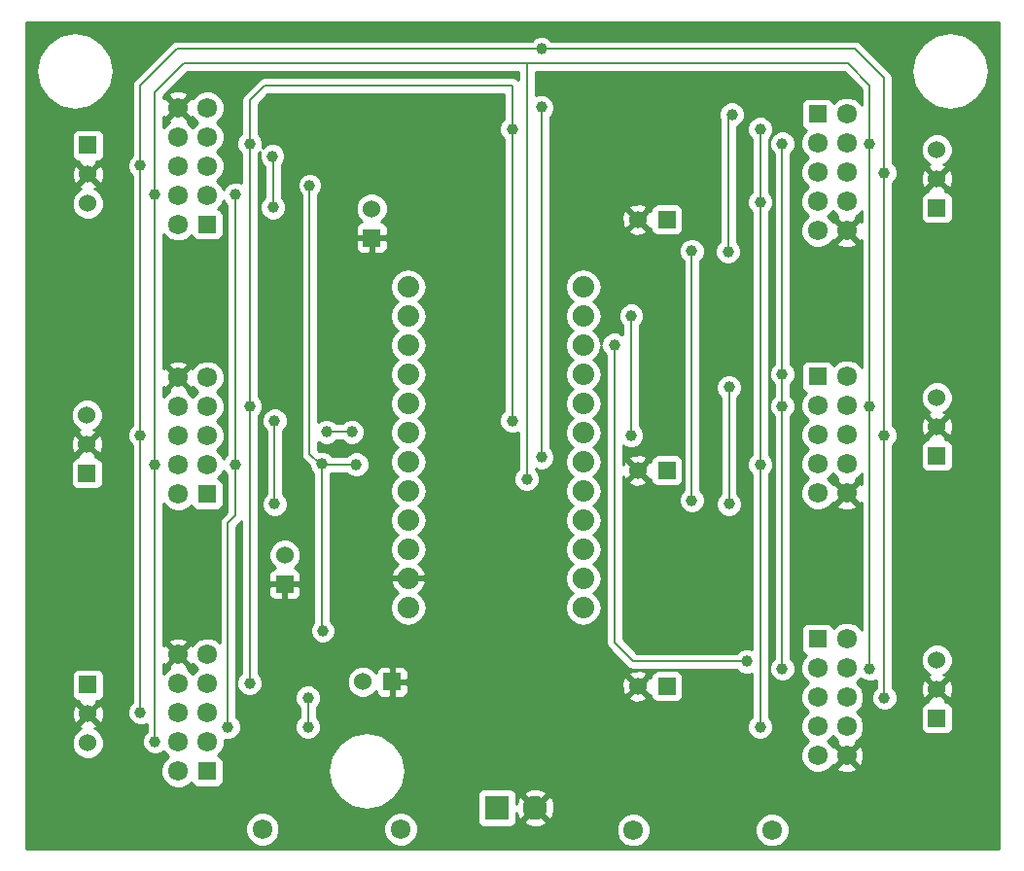
<source format=gtl>
G04 (created by PCBNEW (2013-mar-13)-testing) date jeu. 10 oct. 2013 21:07:33 CEST*
%MOIN*%
G04 Gerber Fmt 3.4, Leading zero omitted, Abs format*
%FSLAX34Y34*%
G01*
G70*
G90*
G04 APERTURE LIST*
%ADD10C,0.005906*%
%ADD11R,0.060000X0.060000*%
%ADD12C,0.067874*%
%ADD13C,0.060000*%
%ADD14O,0.074000X0.074000*%
%ADD15R,0.082677X0.082677*%
%ADD16C,0.082677*%
%ADD17C,0.039370*%
%ADD18C,0.008000*%
%ADD19C,0.010000*%
G04 APERTURE END LIST*
G54D10*
G54D11*
X84459Y-15986D03*
G54D12*
X85459Y-15986D03*
X84459Y-16986D03*
X85459Y-16986D03*
X84459Y-17986D03*
X85459Y-17986D03*
X84459Y-18986D03*
X85459Y-18986D03*
X84459Y-19986D03*
X85459Y-19986D03*
G54D11*
X88550Y-36700D03*
G54D13*
X88550Y-35700D03*
X88550Y-34700D03*
G54D11*
X88550Y-27700D03*
G54D13*
X88550Y-26700D03*
X88550Y-25700D03*
G54D11*
X88550Y-19200D03*
G54D13*
X88550Y-18200D03*
X88550Y-17200D03*
G54D11*
X59450Y-35550D03*
G54D13*
X59450Y-36550D03*
X59450Y-37550D03*
G54D11*
X59450Y-17050D03*
G54D13*
X59450Y-18050D03*
X59450Y-19050D03*
G54D11*
X63541Y-38514D03*
G54D12*
X62541Y-38514D03*
X63541Y-37514D03*
X62541Y-37514D03*
X63541Y-36514D03*
X62541Y-36514D03*
X63541Y-35514D03*
X62541Y-35514D03*
X63541Y-34514D03*
X62541Y-34514D03*
G54D11*
X63541Y-29014D03*
G54D12*
X62541Y-29014D03*
X63541Y-28014D03*
X62541Y-28014D03*
X63541Y-27014D03*
X62541Y-27014D03*
X63541Y-26014D03*
X62541Y-26014D03*
X63541Y-25014D03*
X62541Y-25014D03*
G54D11*
X63541Y-19764D03*
G54D12*
X62541Y-19764D03*
X63541Y-18764D03*
X62541Y-18764D03*
X63541Y-17764D03*
X62541Y-17764D03*
X63541Y-16764D03*
X62541Y-16764D03*
X63541Y-15764D03*
X62541Y-15764D03*
G54D11*
X84459Y-24986D03*
G54D12*
X85459Y-24986D03*
X84459Y-25986D03*
X85459Y-25986D03*
X84459Y-26986D03*
X85459Y-26986D03*
X84459Y-27986D03*
X85459Y-27986D03*
X84459Y-28986D03*
X85459Y-28986D03*
G54D11*
X84459Y-33986D03*
G54D12*
X85459Y-33986D03*
X84459Y-34986D03*
X85459Y-34986D03*
X84459Y-35986D03*
X85459Y-35986D03*
X84459Y-36986D03*
X85459Y-36986D03*
X84459Y-37986D03*
X85459Y-37986D03*
G54D14*
X70425Y-32900D03*
X70425Y-31900D03*
X70425Y-30900D03*
X70425Y-29900D03*
X70425Y-28900D03*
X70425Y-27900D03*
X70425Y-26900D03*
X70425Y-25900D03*
X70425Y-24900D03*
X70425Y-23900D03*
X70425Y-22900D03*
X70425Y-21900D03*
X76425Y-21900D03*
X76425Y-22900D03*
X76425Y-23900D03*
X76425Y-24900D03*
X76425Y-25900D03*
X76425Y-26900D03*
X76425Y-27900D03*
X76425Y-28900D03*
X76425Y-29900D03*
X76425Y-30900D03*
X76425Y-31900D03*
X76425Y-32900D03*
G54D15*
X73464Y-39767D03*
G54D16*
X74783Y-39767D03*
G54D11*
X69875Y-35450D03*
G54D13*
X68875Y-35450D03*
G54D11*
X66200Y-32100D03*
G54D13*
X66200Y-31100D03*
G54D11*
X69175Y-20225D03*
G54D13*
X69175Y-19225D03*
G54D11*
X79300Y-19600D03*
G54D13*
X78300Y-19600D03*
G54D11*
X79300Y-28200D03*
G54D13*
X78300Y-28200D03*
G54D11*
X79300Y-35600D03*
G54D13*
X78300Y-35600D03*
G54D11*
X59412Y-28300D03*
G54D13*
X59412Y-27300D03*
X59412Y-26300D03*
G54D12*
X70175Y-40500D03*
X65425Y-40500D03*
X78150Y-40525D03*
X82900Y-40525D03*
G54D17*
X78075Y-22900D03*
X78075Y-27000D03*
X77500Y-23900D03*
X82025Y-34750D03*
X75000Y-13750D03*
X75000Y-15750D03*
X75000Y-27750D03*
X61250Y-17750D03*
X61250Y-27000D03*
X61250Y-36500D03*
X86750Y-18000D03*
X86750Y-27000D03*
X86750Y-36000D03*
X74000Y-16500D03*
X82500Y-16500D03*
X82500Y-19000D03*
X82500Y-28000D03*
X82500Y-37000D03*
X74000Y-26500D03*
X65000Y-17000D03*
X65000Y-26000D03*
X65000Y-35500D03*
X68500Y-26875D03*
X67625Y-26875D03*
X64250Y-37000D03*
X64500Y-28000D03*
X64500Y-18750D03*
X83250Y-24900D03*
X83250Y-35000D03*
X83250Y-26000D03*
X83250Y-17000D03*
X74500Y-28500D03*
X86250Y-35000D03*
X86250Y-17000D03*
X86250Y-26000D03*
X61750Y-18750D03*
X61750Y-28000D03*
X61750Y-37500D03*
X81400Y-20700D03*
X81525Y-16000D03*
X65850Y-26500D03*
X65850Y-29350D03*
X81425Y-29350D03*
X81425Y-25350D03*
X67000Y-36000D03*
X67000Y-37000D03*
X65800Y-19175D03*
X65775Y-17425D03*
X80150Y-20675D03*
X80150Y-29225D03*
X67050Y-18425D03*
X67500Y-33700D03*
X68650Y-28000D03*
X67475Y-27975D03*
G54D18*
X78075Y-27000D02*
X78075Y-22900D01*
X77500Y-34100D02*
X77500Y-23900D01*
X78150Y-34750D02*
X77500Y-34100D01*
X82025Y-34750D02*
X78150Y-34750D01*
X75000Y-27750D02*
X75000Y-15750D01*
X61250Y-17750D02*
X61250Y-15000D01*
X86750Y-14750D02*
X86750Y-18000D01*
X85750Y-13750D02*
X86750Y-14750D01*
X62500Y-13750D02*
X75000Y-13750D01*
X75000Y-13750D02*
X85750Y-13750D01*
X61250Y-15000D02*
X62500Y-13750D01*
X61250Y-17750D02*
X61250Y-27000D01*
X61250Y-36500D02*
X61250Y-27000D01*
X86750Y-18000D02*
X86750Y-27000D01*
X86750Y-36000D02*
X86750Y-27000D01*
X82500Y-19000D02*
X82500Y-16500D01*
X82500Y-19000D02*
X82500Y-28000D01*
X82500Y-37000D02*
X82500Y-28000D01*
X65000Y-17000D02*
X65000Y-15500D01*
X65000Y-15500D02*
X65500Y-15000D01*
X65500Y-15000D02*
X74000Y-15000D01*
X74000Y-16500D02*
X74000Y-15000D01*
X74000Y-26500D02*
X74000Y-16500D01*
X65000Y-17000D02*
X65000Y-26000D01*
X65000Y-35500D02*
X65000Y-26000D01*
X67625Y-26875D02*
X68500Y-26875D01*
X64500Y-29750D02*
X64500Y-28000D01*
X64250Y-30000D02*
X64500Y-29750D01*
X64250Y-37000D02*
X64250Y-30000D01*
X64500Y-18750D02*
X64500Y-28000D01*
X83250Y-35000D02*
X83250Y-26000D01*
X83250Y-17000D02*
X83250Y-24900D01*
X83250Y-24900D02*
X83250Y-26000D01*
X74500Y-28500D02*
X74500Y-14250D01*
X61750Y-18750D02*
X61750Y-15250D01*
X86250Y-15000D02*
X86250Y-17000D01*
X85500Y-14250D02*
X86250Y-15000D01*
X62750Y-14250D02*
X74500Y-14250D01*
X74500Y-14250D02*
X85500Y-14250D01*
X61750Y-15250D02*
X62750Y-14250D01*
X86250Y-35000D02*
X86250Y-26000D01*
X86250Y-17000D02*
X86250Y-26000D01*
X61750Y-18750D02*
X61750Y-28000D01*
X61750Y-37500D02*
X61750Y-28000D01*
X81400Y-16125D02*
X81400Y-20700D01*
X81525Y-16000D02*
X81400Y-16125D01*
X65850Y-27575D02*
X65850Y-29350D01*
X65850Y-26500D02*
X65850Y-27575D01*
X81425Y-25350D02*
X81425Y-29350D01*
X67000Y-37000D02*
X67000Y-36000D01*
X65800Y-17450D02*
X65800Y-19175D01*
X65775Y-17425D02*
X65800Y-17450D01*
X80150Y-29225D02*
X80150Y-20675D01*
X67475Y-27975D02*
X67400Y-27975D01*
X67050Y-27625D02*
X67050Y-18425D01*
X67400Y-27975D02*
X67050Y-27625D01*
X67475Y-33675D02*
X67475Y-27975D01*
X67500Y-33700D02*
X67475Y-33675D01*
X67475Y-27975D02*
X67500Y-28000D01*
X67500Y-28000D02*
X68650Y-28000D01*
G54D10*
G36*
X64210Y-27658D02*
X64121Y-27746D01*
X64094Y-27810D01*
X64040Y-27680D01*
X63875Y-27514D01*
X63873Y-27514D01*
X63874Y-27513D01*
X64040Y-27348D01*
X64130Y-27131D01*
X64130Y-26897D01*
X64040Y-26680D01*
X63875Y-26514D01*
X63873Y-26514D01*
X63874Y-26513D01*
X64040Y-26348D01*
X64130Y-26131D01*
X64130Y-25897D01*
X64040Y-25680D01*
X63875Y-25514D01*
X63873Y-25514D01*
X63874Y-25513D01*
X64040Y-25348D01*
X64130Y-25131D01*
X64130Y-24897D01*
X64040Y-24680D01*
X63875Y-24514D01*
X63658Y-24424D01*
X63424Y-24424D01*
X63207Y-24514D01*
X63041Y-24679D01*
X63034Y-24696D01*
X62955Y-24670D01*
X62884Y-24740D01*
X62884Y-24599D01*
X62852Y-24500D01*
X62632Y-24420D01*
X62397Y-24430D01*
X62229Y-24500D01*
X62197Y-24599D01*
X62541Y-24943D01*
X62884Y-24599D01*
X62884Y-24740D01*
X62611Y-25014D01*
X62955Y-25357D01*
X63034Y-25332D01*
X63041Y-25347D01*
X63206Y-25513D01*
X63208Y-25513D01*
X63207Y-25514D01*
X63041Y-25679D01*
X63041Y-25681D01*
X63040Y-25680D01*
X62875Y-25514D01*
X62858Y-25507D01*
X62884Y-25428D01*
X62541Y-25084D01*
X62197Y-25428D01*
X62222Y-25507D01*
X62207Y-25514D01*
X62041Y-25679D01*
X62040Y-25683D01*
X62040Y-25329D01*
X62126Y-25357D01*
X62470Y-25014D01*
X62126Y-24670D01*
X62040Y-24698D01*
X62040Y-20094D01*
X62041Y-20097D01*
X62206Y-20263D01*
X62423Y-20353D01*
X62657Y-20353D01*
X62874Y-20263D01*
X63000Y-20137D01*
X63029Y-20205D01*
X63099Y-20275D01*
X63191Y-20314D01*
X63290Y-20314D01*
X63890Y-20314D01*
X63982Y-20275D01*
X64052Y-20205D01*
X64091Y-20113D01*
X64091Y-20014D01*
X64091Y-19414D01*
X64052Y-19322D01*
X63982Y-19252D01*
X63914Y-19223D01*
X64040Y-19098D01*
X64100Y-18953D01*
X64120Y-19002D01*
X64210Y-19091D01*
X64210Y-27658D01*
X64210Y-27658D01*
G37*
G54D19*
X64210Y-27658D02*
X64121Y-27746D01*
X64094Y-27810D01*
X64040Y-27680D01*
X63875Y-27514D01*
X63873Y-27514D01*
X63874Y-27513D01*
X64040Y-27348D01*
X64130Y-27131D01*
X64130Y-26897D01*
X64040Y-26680D01*
X63875Y-26514D01*
X63873Y-26514D01*
X63874Y-26513D01*
X64040Y-26348D01*
X64130Y-26131D01*
X64130Y-25897D01*
X64040Y-25680D01*
X63875Y-25514D01*
X63873Y-25514D01*
X63874Y-25513D01*
X64040Y-25348D01*
X64130Y-25131D01*
X64130Y-24897D01*
X64040Y-24680D01*
X63875Y-24514D01*
X63658Y-24424D01*
X63424Y-24424D01*
X63207Y-24514D01*
X63041Y-24679D01*
X63034Y-24696D01*
X62955Y-24670D01*
X62884Y-24740D01*
X62884Y-24599D01*
X62852Y-24500D01*
X62632Y-24420D01*
X62397Y-24430D01*
X62229Y-24500D01*
X62197Y-24599D01*
X62541Y-24943D01*
X62884Y-24599D01*
X62884Y-24740D01*
X62611Y-25014D01*
X62955Y-25357D01*
X63034Y-25332D01*
X63041Y-25347D01*
X63206Y-25513D01*
X63208Y-25513D01*
X63207Y-25514D01*
X63041Y-25679D01*
X63041Y-25681D01*
X63040Y-25680D01*
X62875Y-25514D01*
X62858Y-25507D01*
X62884Y-25428D01*
X62541Y-25084D01*
X62197Y-25428D01*
X62222Y-25507D01*
X62207Y-25514D01*
X62041Y-25679D01*
X62040Y-25683D01*
X62040Y-25329D01*
X62126Y-25357D01*
X62470Y-25014D01*
X62126Y-24670D01*
X62040Y-24698D01*
X62040Y-20094D01*
X62041Y-20097D01*
X62206Y-20263D01*
X62423Y-20353D01*
X62657Y-20353D01*
X62874Y-20263D01*
X63000Y-20137D01*
X63029Y-20205D01*
X63099Y-20275D01*
X63191Y-20314D01*
X63290Y-20314D01*
X63890Y-20314D01*
X63982Y-20275D01*
X64052Y-20205D01*
X64091Y-20113D01*
X64091Y-20014D01*
X64091Y-19414D01*
X64052Y-19322D01*
X63982Y-19252D01*
X63914Y-19223D01*
X64040Y-19098D01*
X64100Y-18953D01*
X64120Y-19002D01*
X64210Y-19091D01*
X64210Y-27658D01*
G54D10*
G36*
X64210Y-29629D02*
X64044Y-29794D01*
X63982Y-29889D01*
X63960Y-30000D01*
X63960Y-34099D01*
X63875Y-34014D01*
X63658Y-33924D01*
X63424Y-33924D01*
X63207Y-34014D01*
X63041Y-34179D01*
X63034Y-34196D01*
X62955Y-34170D01*
X62884Y-34240D01*
X62884Y-34099D01*
X62852Y-34000D01*
X62632Y-33920D01*
X62397Y-33930D01*
X62229Y-34000D01*
X62197Y-34099D01*
X62541Y-34443D01*
X62884Y-34099D01*
X62884Y-34240D01*
X62611Y-34514D01*
X62955Y-34857D01*
X63034Y-34832D01*
X63041Y-34847D01*
X63206Y-35013D01*
X63208Y-35013D01*
X63207Y-35014D01*
X63041Y-35179D01*
X63041Y-35181D01*
X63040Y-35180D01*
X62875Y-35014D01*
X62858Y-35007D01*
X62884Y-34928D01*
X62541Y-34584D01*
X62197Y-34928D01*
X62222Y-35007D01*
X62207Y-35014D01*
X62041Y-35179D01*
X62040Y-35183D01*
X62040Y-34829D01*
X62126Y-34857D01*
X62470Y-34514D01*
X62126Y-34170D01*
X62040Y-34198D01*
X62040Y-29344D01*
X62041Y-29347D01*
X62206Y-29513D01*
X62423Y-29603D01*
X62657Y-29603D01*
X62874Y-29513D01*
X63000Y-29387D01*
X63029Y-29455D01*
X63099Y-29525D01*
X63191Y-29564D01*
X63290Y-29564D01*
X63890Y-29564D01*
X63982Y-29525D01*
X64052Y-29455D01*
X64091Y-29363D01*
X64091Y-29264D01*
X64091Y-28664D01*
X64052Y-28572D01*
X63982Y-28502D01*
X63914Y-28473D01*
X64040Y-28348D01*
X64100Y-28203D01*
X64120Y-28252D01*
X64210Y-28341D01*
X64210Y-29629D01*
X64210Y-29629D01*
G37*
G54D19*
X64210Y-29629D02*
X64044Y-29794D01*
X63982Y-29889D01*
X63960Y-30000D01*
X63960Y-34099D01*
X63875Y-34014D01*
X63658Y-33924D01*
X63424Y-33924D01*
X63207Y-34014D01*
X63041Y-34179D01*
X63034Y-34196D01*
X62955Y-34170D01*
X62884Y-34240D01*
X62884Y-34099D01*
X62852Y-34000D01*
X62632Y-33920D01*
X62397Y-33930D01*
X62229Y-34000D01*
X62197Y-34099D01*
X62541Y-34443D01*
X62884Y-34099D01*
X62884Y-34240D01*
X62611Y-34514D01*
X62955Y-34857D01*
X63034Y-34832D01*
X63041Y-34847D01*
X63206Y-35013D01*
X63208Y-35013D01*
X63207Y-35014D01*
X63041Y-35179D01*
X63041Y-35181D01*
X63040Y-35180D01*
X62875Y-35014D01*
X62858Y-35007D01*
X62884Y-34928D01*
X62541Y-34584D01*
X62197Y-34928D01*
X62222Y-35007D01*
X62207Y-35014D01*
X62041Y-35179D01*
X62040Y-35183D01*
X62040Y-34829D01*
X62126Y-34857D01*
X62470Y-34514D01*
X62126Y-34170D01*
X62040Y-34198D01*
X62040Y-29344D01*
X62041Y-29347D01*
X62206Y-29513D01*
X62423Y-29603D01*
X62657Y-29603D01*
X62874Y-29513D01*
X63000Y-29387D01*
X63029Y-29455D01*
X63099Y-29525D01*
X63191Y-29564D01*
X63290Y-29564D01*
X63890Y-29564D01*
X63982Y-29525D01*
X64052Y-29455D01*
X64091Y-29363D01*
X64091Y-29264D01*
X64091Y-28664D01*
X64052Y-28572D01*
X63982Y-28502D01*
X63914Y-28473D01*
X64040Y-28348D01*
X64100Y-28203D01*
X64120Y-28252D01*
X64210Y-28341D01*
X64210Y-29629D01*
G54D10*
G36*
X74210Y-14802D02*
X74205Y-14794D01*
X74110Y-14732D01*
X74000Y-14710D01*
X65500Y-14710D01*
X65389Y-14732D01*
X65294Y-14794D01*
X64794Y-15294D01*
X64732Y-15389D01*
X64710Y-15500D01*
X64710Y-16658D01*
X64621Y-16746D01*
X64553Y-16910D01*
X64553Y-17088D01*
X64620Y-17252D01*
X64710Y-17341D01*
X64710Y-18353D01*
X64589Y-18303D01*
X64411Y-18303D01*
X64247Y-18370D01*
X64121Y-18496D01*
X64094Y-18560D01*
X64040Y-18430D01*
X63875Y-18264D01*
X63873Y-18264D01*
X63874Y-18263D01*
X64040Y-18098D01*
X64130Y-17881D01*
X64130Y-17647D01*
X64040Y-17430D01*
X63875Y-17264D01*
X63873Y-17264D01*
X63874Y-17263D01*
X64040Y-17098D01*
X64130Y-16881D01*
X64130Y-16647D01*
X64040Y-16430D01*
X63875Y-16264D01*
X63873Y-16264D01*
X63874Y-16263D01*
X64040Y-16098D01*
X64130Y-15881D01*
X64130Y-15647D01*
X64040Y-15430D01*
X63875Y-15264D01*
X63658Y-15174D01*
X63424Y-15174D01*
X63207Y-15264D01*
X63041Y-15429D01*
X63034Y-15446D01*
X62955Y-15420D01*
X62884Y-15490D01*
X62884Y-15349D01*
X62852Y-15250D01*
X62632Y-15170D01*
X62397Y-15180D01*
X62229Y-15250D01*
X62197Y-15349D01*
X62541Y-15693D01*
X62884Y-15349D01*
X62884Y-15490D01*
X62611Y-15764D01*
X62955Y-16107D01*
X63034Y-16082D01*
X63041Y-16097D01*
X63206Y-16263D01*
X63208Y-16263D01*
X63207Y-16264D01*
X63041Y-16429D01*
X63041Y-16431D01*
X63040Y-16430D01*
X62875Y-16264D01*
X62858Y-16257D01*
X62884Y-16178D01*
X62541Y-15834D01*
X62197Y-16178D01*
X62222Y-16257D01*
X62207Y-16264D01*
X62041Y-16429D01*
X62040Y-16433D01*
X62040Y-16079D01*
X62126Y-16107D01*
X62470Y-15764D01*
X62126Y-15420D01*
X62040Y-15448D01*
X62040Y-15370D01*
X62870Y-14540D01*
X74210Y-14540D01*
X74210Y-14802D01*
X74210Y-14802D01*
G37*
G54D19*
X74210Y-14802D02*
X74205Y-14794D01*
X74110Y-14732D01*
X74000Y-14710D01*
X65500Y-14710D01*
X65389Y-14732D01*
X65294Y-14794D01*
X64794Y-15294D01*
X64732Y-15389D01*
X64710Y-15500D01*
X64710Y-16658D01*
X64621Y-16746D01*
X64553Y-16910D01*
X64553Y-17088D01*
X64620Y-17252D01*
X64710Y-17341D01*
X64710Y-18353D01*
X64589Y-18303D01*
X64411Y-18303D01*
X64247Y-18370D01*
X64121Y-18496D01*
X64094Y-18560D01*
X64040Y-18430D01*
X63875Y-18264D01*
X63873Y-18264D01*
X63874Y-18263D01*
X64040Y-18098D01*
X64130Y-17881D01*
X64130Y-17647D01*
X64040Y-17430D01*
X63875Y-17264D01*
X63873Y-17264D01*
X63874Y-17263D01*
X64040Y-17098D01*
X64130Y-16881D01*
X64130Y-16647D01*
X64040Y-16430D01*
X63875Y-16264D01*
X63873Y-16264D01*
X63874Y-16263D01*
X64040Y-16098D01*
X64130Y-15881D01*
X64130Y-15647D01*
X64040Y-15430D01*
X63875Y-15264D01*
X63658Y-15174D01*
X63424Y-15174D01*
X63207Y-15264D01*
X63041Y-15429D01*
X63034Y-15446D01*
X62955Y-15420D01*
X62884Y-15490D01*
X62884Y-15349D01*
X62852Y-15250D01*
X62632Y-15170D01*
X62397Y-15180D01*
X62229Y-15250D01*
X62197Y-15349D01*
X62541Y-15693D01*
X62884Y-15349D01*
X62884Y-15490D01*
X62611Y-15764D01*
X62955Y-16107D01*
X63034Y-16082D01*
X63041Y-16097D01*
X63206Y-16263D01*
X63208Y-16263D01*
X63207Y-16264D01*
X63041Y-16429D01*
X63041Y-16431D01*
X63040Y-16430D01*
X62875Y-16264D01*
X62858Y-16257D01*
X62884Y-16178D01*
X62541Y-15834D01*
X62197Y-16178D01*
X62222Y-16257D01*
X62207Y-16264D01*
X62041Y-16429D01*
X62040Y-16433D01*
X62040Y-16079D01*
X62126Y-16107D01*
X62470Y-15764D01*
X62126Y-15420D01*
X62040Y-15448D01*
X62040Y-15370D01*
X62870Y-14540D01*
X74210Y-14540D01*
X74210Y-14802D01*
G54D10*
G36*
X90675Y-41175D02*
X90325Y-41175D01*
X90325Y-14500D01*
X90224Y-13992D01*
X89936Y-13563D01*
X89507Y-13275D01*
X89000Y-13175D01*
X88492Y-13275D01*
X88063Y-13563D01*
X87775Y-13992D01*
X87675Y-14500D01*
X87775Y-15007D01*
X88063Y-15436D01*
X88492Y-15724D01*
X89000Y-15825D01*
X89507Y-15724D01*
X89936Y-15436D01*
X90224Y-15007D01*
X90325Y-14500D01*
X90325Y-41175D01*
X90000Y-41175D01*
X89104Y-41175D01*
X89104Y-35781D01*
X89104Y-26781D01*
X89104Y-18281D01*
X89100Y-18188D01*
X89100Y-17091D01*
X89016Y-16888D01*
X88861Y-16734D01*
X88659Y-16650D01*
X88441Y-16649D01*
X88238Y-16733D01*
X88084Y-16888D01*
X88000Y-17090D01*
X87999Y-17308D01*
X88083Y-17511D01*
X88238Y-17665D01*
X88313Y-17697D01*
X88262Y-17718D01*
X88234Y-17814D01*
X88550Y-18129D01*
X88865Y-17814D01*
X88837Y-17718D01*
X88782Y-17699D01*
X88861Y-17666D01*
X89015Y-17511D01*
X89099Y-17309D01*
X89100Y-17091D01*
X89100Y-18188D01*
X89093Y-18063D01*
X89031Y-17912D01*
X88935Y-17884D01*
X88620Y-18200D01*
X88935Y-18515D01*
X89031Y-18487D01*
X89104Y-18281D01*
X89104Y-26781D01*
X89100Y-26688D01*
X89100Y-25591D01*
X89100Y-25590D01*
X89100Y-19549D01*
X89100Y-19450D01*
X89100Y-18850D01*
X89061Y-18758D01*
X88991Y-18688D01*
X88899Y-18650D01*
X88846Y-18650D01*
X88865Y-18585D01*
X88550Y-18270D01*
X88479Y-18341D01*
X88479Y-18200D01*
X88164Y-17884D01*
X88068Y-17912D01*
X87995Y-18118D01*
X88006Y-18336D01*
X88068Y-18487D01*
X88164Y-18515D01*
X88479Y-18200D01*
X88479Y-18341D01*
X88234Y-18585D01*
X88253Y-18650D01*
X88200Y-18650D01*
X88108Y-18688D01*
X88038Y-18758D01*
X88000Y-18850D01*
X88000Y-18949D01*
X88000Y-19549D01*
X88038Y-19641D01*
X88108Y-19711D01*
X88200Y-19750D01*
X88299Y-19750D01*
X88899Y-19750D01*
X88991Y-19711D01*
X89061Y-19641D01*
X89100Y-19549D01*
X89100Y-25590D01*
X89016Y-25388D01*
X88861Y-25234D01*
X88659Y-25150D01*
X88441Y-25149D01*
X88238Y-25233D01*
X88084Y-25388D01*
X88000Y-25590D01*
X87999Y-25808D01*
X88083Y-26011D01*
X88238Y-26165D01*
X88313Y-26197D01*
X88262Y-26218D01*
X88234Y-26314D01*
X88550Y-26629D01*
X88865Y-26314D01*
X88837Y-26218D01*
X88782Y-26199D01*
X88861Y-26166D01*
X89015Y-26011D01*
X89099Y-25809D01*
X89100Y-25591D01*
X89100Y-26688D01*
X89093Y-26563D01*
X89031Y-26412D01*
X88935Y-26384D01*
X88620Y-26700D01*
X88935Y-27015D01*
X89031Y-26987D01*
X89104Y-26781D01*
X89104Y-35781D01*
X89100Y-35688D01*
X89100Y-34591D01*
X89100Y-34590D01*
X89100Y-28049D01*
X89100Y-27950D01*
X89100Y-27350D01*
X89061Y-27258D01*
X88991Y-27188D01*
X88899Y-27150D01*
X88846Y-27150D01*
X88865Y-27085D01*
X88550Y-26770D01*
X88479Y-26841D01*
X88479Y-26700D01*
X88164Y-26384D01*
X88068Y-26412D01*
X87995Y-26618D01*
X88006Y-26836D01*
X88068Y-26987D01*
X88164Y-27015D01*
X88479Y-26700D01*
X88479Y-26841D01*
X88234Y-27085D01*
X88253Y-27150D01*
X88200Y-27150D01*
X88108Y-27188D01*
X88038Y-27258D01*
X88000Y-27350D01*
X88000Y-27449D01*
X88000Y-28049D01*
X88038Y-28141D01*
X88108Y-28211D01*
X88200Y-28250D01*
X88299Y-28250D01*
X88899Y-28250D01*
X88991Y-28211D01*
X89061Y-28141D01*
X89100Y-28049D01*
X89100Y-34590D01*
X89016Y-34388D01*
X88861Y-34234D01*
X88659Y-34150D01*
X88441Y-34149D01*
X88238Y-34233D01*
X88084Y-34388D01*
X88000Y-34590D01*
X87999Y-34808D01*
X88083Y-35011D01*
X88238Y-35165D01*
X88313Y-35197D01*
X88262Y-35218D01*
X88234Y-35314D01*
X88550Y-35629D01*
X88865Y-35314D01*
X88837Y-35218D01*
X88782Y-35199D01*
X88861Y-35166D01*
X89015Y-35011D01*
X89099Y-34809D01*
X89100Y-34591D01*
X89100Y-35688D01*
X89093Y-35563D01*
X89031Y-35412D01*
X88935Y-35384D01*
X88620Y-35700D01*
X88935Y-36015D01*
X89031Y-35987D01*
X89104Y-35781D01*
X89104Y-41175D01*
X89100Y-41175D01*
X89100Y-37049D01*
X89100Y-36950D01*
X89100Y-36350D01*
X89061Y-36258D01*
X88991Y-36188D01*
X88899Y-36150D01*
X88846Y-36150D01*
X88865Y-36085D01*
X88550Y-35770D01*
X88479Y-35841D01*
X88479Y-35700D01*
X88164Y-35384D01*
X88068Y-35412D01*
X87995Y-35618D01*
X88006Y-35836D01*
X88068Y-35987D01*
X88164Y-36015D01*
X88479Y-35700D01*
X88479Y-35841D01*
X88234Y-36085D01*
X88253Y-36150D01*
X88200Y-36150D01*
X88108Y-36188D01*
X88038Y-36258D01*
X88000Y-36350D01*
X88000Y-36449D01*
X88000Y-37049D01*
X88038Y-37141D01*
X88108Y-37211D01*
X88200Y-37250D01*
X88299Y-37250D01*
X88899Y-37250D01*
X88991Y-37211D01*
X89061Y-37141D01*
X89100Y-37049D01*
X89100Y-41175D01*
X87196Y-41175D01*
X87196Y-35911D01*
X87129Y-35747D01*
X87040Y-35658D01*
X87040Y-27341D01*
X87128Y-27253D01*
X87196Y-27089D01*
X87196Y-26911D01*
X87129Y-26747D01*
X87040Y-26658D01*
X87040Y-18341D01*
X87128Y-18253D01*
X87196Y-18089D01*
X87196Y-17911D01*
X87129Y-17747D01*
X87040Y-17658D01*
X87040Y-14750D01*
X87017Y-14639D01*
X86955Y-14544D01*
X85955Y-13544D01*
X85860Y-13482D01*
X85750Y-13460D01*
X75341Y-13460D01*
X75253Y-13371D01*
X75089Y-13303D01*
X74911Y-13303D01*
X74747Y-13370D01*
X74658Y-13460D01*
X62500Y-13460D01*
X62389Y-13482D01*
X62294Y-13544D01*
X61044Y-14794D01*
X60982Y-14889D01*
X60960Y-15000D01*
X60960Y-17408D01*
X60871Y-17496D01*
X60803Y-17660D01*
X60803Y-17838D01*
X60870Y-18002D01*
X60960Y-18091D01*
X60960Y-26658D01*
X60871Y-26746D01*
X60803Y-26910D01*
X60803Y-27088D01*
X60870Y-27252D01*
X60960Y-27341D01*
X60960Y-36158D01*
X60871Y-36246D01*
X60803Y-36410D01*
X60803Y-36588D01*
X60870Y-36752D01*
X60996Y-36878D01*
X61160Y-36946D01*
X61338Y-36946D01*
X61460Y-36896D01*
X61460Y-37158D01*
X61371Y-37246D01*
X61303Y-37410D01*
X61303Y-37588D01*
X61370Y-37752D01*
X61496Y-37878D01*
X61660Y-37946D01*
X61838Y-37946D01*
X62002Y-37879D01*
X62039Y-37842D01*
X62041Y-37847D01*
X62206Y-38013D01*
X62208Y-38013D01*
X62207Y-38014D01*
X62041Y-38179D01*
X61951Y-38396D01*
X61951Y-38630D01*
X62041Y-38847D01*
X62206Y-39013D01*
X62423Y-39103D01*
X62657Y-39103D01*
X62874Y-39013D01*
X63000Y-38887D01*
X63029Y-38955D01*
X63099Y-39025D01*
X63191Y-39064D01*
X63290Y-39064D01*
X63890Y-39064D01*
X63982Y-39025D01*
X64052Y-38955D01*
X64091Y-38863D01*
X64091Y-38764D01*
X64091Y-38164D01*
X64052Y-38072D01*
X63982Y-38002D01*
X63914Y-37973D01*
X64040Y-37848D01*
X64130Y-37631D01*
X64130Y-37434D01*
X64160Y-37446D01*
X64338Y-37446D01*
X64502Y-37379D01*
X64628Y-37253D01*
X64696Y-37089D01*
X64696Y-36911D01*
X64629Y-36747D01*
X64540Y-36658D01*
X64540Y-30120D01*
X64705Y-29955D01*
X64710Y-29947D01*
X64710Y-35158D01*
X64621Y-35246D01*
X64553Y-35410D01*
X64553Y-35588D01*
X64620Y-35752D01*
X64746Y-35878D01*
X64910Y-35946D01*
X65088Y-35946D01*
X65252Y-35879D01*
X65378Y-35753D01*
X65446Y-35589D01*
X65446Y-35411D01*
X65379Y-35247D01*
X65290Y-35158D01*
X65290Y-26341D01*
X65378Y-26253D01*
X65446Y-26089D01*
X65446Y-25911D01*
X65379Y-25747D01*
X65290Y-25658D01*
X65290Y-17341D01*
X65350Y-17281D01*
X65328Y-17335D01*
X65328Y-17513D01*
X65395Y-17677D01*
X65510Y-17792D01*
X65510Y-18833D01*
X65421Y-18921D01*
X65353Y-19085D01*
X65353Y-19263D01*
X65420Y-19427D01*
X65546Y-19553D01*
X65710Y-19621D01*
X65888Y-19621D01*
X66052Y-19554D01*
X66178Y-19428D01*
X66246Y-19264D01*
X66246Y-19086D01*
X66179Y-18922D01*
X66090Y-18833D01*
X66090Y-17741D01*
X66153Y-17678D01*
X66221Y-17514D01*
X66221Y-17336D01*
X66154Y-17172D01*
X66028Y-17046D01*
X65864Y-16978D01*
X65686Y-16978D01*
X65522Y-17045D01*
X65424Y-17143D01*
X65446Y-17089D01*
X65446Y-16911D01*
X65379Y-16747D01*
X65290Y-16658D01*
X65290Y-15620D01*
X65620Y-15290D01*
X73710Y-15290D01*
X73710Y-16158D01*
X73621Y-16246D01*
X73553Y-16410D01*
X73553Y-16588D01*
X73620Y-16752D01*
X73710Y-16841D01*
X73710Y-26158D01*
X73621Y-26246D01*
X73553Y-26410D01*
X73553Y-26588D01*
X73620Y-26752D01*
X73746Y-26878D01*
X73910Y-26946D01*
X74088Y-26946D01*
X74210Y-26896D01*
X74210Y-28158D01*
X74121Y-28246D01*
X74053Y-28410D01*
X74053Y-28588D01*
X74120Y-28752D01*
X74246Y-28878D01*
X74410Y-28946D01*
X74588Y-28946D01*
X74752Y-28879D01*
X74878Y-28753D01*
X74946Y-28589D01*
X74946Y-28411D01*
X74879Y-28247D01*
X74790Y-28158D01*
X74790Y-28146D01*
X74910Y-28196D01*
X75088Y-28196D01*
X75252Y-28129D01*
X75378Y-28003D01*
X75446Y-27839D01*
X75446Y-27661D01*
X75379Y-27497D01*
X75290Y-27408D01*
X75290Y-16091D01*
X75378Y-16003D01*
X75446Y-15839D01*
X75446Y-15661D01*
X75379Y-15497D01*
X75253Y-15371D01*
X75089Y-15303D01*
X74911Y-15303D01*
X74790Y-15353D01*
X74790Y-14540D01*
X85379Y-14540D01*
X85960Y-15120D01*
X85960Y-15655D01*
X85958Y-15652D01*
X85793Y-15486D01*
X85576Y-15396D01*
X85342Y-15396D01*
X85125Y-15486D01*
X84999Y-15612D01*
X84970Y-15544D01*
X84900Y-15474D01*
X84808Y-15436D01*
X84709Y-15436D01*
X84109Y-15436D01*
X84017Y-15474D01*
X83947Y-15544D01*
X83909Y-15636D01*
X83909Y-15735D01*
X83909Y-16335D01*
X83947Y-16427D01*
X84017Y-16497D01*
X84085Y-16526D01*
X83959Y-16651D01*
X83869Y-16868D01*
X83869Y-17102D01*
X83959Y-17319D01*
X84124Y-17485D01*
X84126Y-17485D01*
X84125Y-17486D01*
X83959Y-17651D01*
X83869Y-17868D01*
X83869Y-18102D01*
X83959Y-18319D01*
X84124Y-18485D01*
X84126Y-18485D01*
X84125Y-18486D01*
X83959Y-18651D01*
X83869Y-18868D01*
X83869Y-19102D01*
X83959Y-19319D01*
X84124Y-19485D01*
X84126Y-19485D01*
X84125Y-19486D01*
X83959Y-19651D01*
X83869Y-19868D01*
X83869Y-20102D01*
X83959Y-20319D01*
X84124Y-20485D01*
X84341Y-20575D01*
X84575Y-20575D01*
X84792Y-20485D01*
X84958Y-20320D01*
X84965Y-20303D01*
X85044Y-20329D01*
X85388Y-19986D01*
X85044Y-19642D01*
X84965Y-19667D01*
X84958Y-19652D01*
X84793Y-19486D01*
X84791Y-19486D01*
X84792Y-19485D01*
X84958Y-19320D01*
X84958Y-19318D01*
X84959Y-19319D01*
X85124Y-19485D01*
X85141Y-19492D01*
X85115Y-19571D01*
X85459Y-19915D01*
X85802Y-19571D01*
X85777Y-19492D01*
X85792Y-19485D01*
X85958Y-19320D01*
X85960Y-19316D01*
X85960Y-19670D01*
X85873Y-19642D01*
X85529Y-19986D01*
X85873Y-20329D01*
X85960Y-20301D01*
X85960Y-24655D01*
X85958Y-24652D01*
X85802Y-24496D01*
X85802Y-20400D01*
X85459Y-20056D01*
X85115Y-20400D01*
X85147Y-20499D01*
X85367Y-20579D01*
X85602Y-20569D01*
X85770Y-20499D01*
X85802Y-20400D01*
X85802Y-24496D01*
X85793Y-24486D01*
X85576Y-24396D01*
X85342Y-24396D01*
X85125Y-24486D01*
X84999Y-24612D01*
X84970Y-24544D01*
X84900Y-24474D01*
X84808Y-24436D01*
X84709Y-24436D01*
X84109Y-24436D01*
X84017Y-24474D01*
X83947Y-24544D01*
X83909Y-24636D01*
X83909Y-24735D01*
X83909Y-25335D01*
X83947Y-25427D01*
X84017Y-25497D01*
X84085Y-25526D01*
X83959Y-25651D01*
X83869Y-25868D01*
X83869Y-26102D01*
X83959Y-26319D01*
X84124Y-26485D01*
X84126Y-26485D01*
X84125Y-26486D01*
X83959Y-26651D01*
X83869Y-26868D01*
X83869Y-27102D01*
X83959Y-27319D01*
X84124Y-27485D01*
X84126Y-27485D01*
X84125Y-27486D01*
X83959Y-27651D01*
X83869Y-27868D01*
X83869Y-28102D01*
X83959Y-28319D01*
X84124Y-28485D01*
X84126Y-28485D01*
X84125Y-28486D01*
X83959Y-28651D01*
X83869Y-28868D01*
X83869Y-29102D01*
X83959Y-29319D01*
X84124Y-29485D01*
X84341Y-29575D01*
X84575Y-29575D01*
X84792Y-29485D01*
X84958Y-29320D01*
X84965Y-29303D01*
X85044Y-29329D01*
X85388Y-28986D01*
X85044Y-28642D01*
X84965Y-28667D01*
X84958Y-28652D01*
X84793Y-28486D01*
X84791Y-28486D01*
X84792Y-28485D01*
X84958Y-28320D01*
X84958Y-28318D01*
X84959Y-28319D01*
X85124Y-28485D01*
X85141Y-28492D01*
X85115Y-28571D01*
X85459Y-28915D01*
X85802Y-28571D01*
X85777Y-28492D01*
X85792Y-28485D01*
X85958Y-28320D01*
X85960Y-28316D01*
X85960Y-28670D01*
X85873Y-28642D01*
X85529Y-28986D01*
X85873Y-29329D01*
X85960Y-29301D01*
X85960Y-33655D01*
X85958Y-33652D01*
X85802Y-33496D01*
X85802Y-29400D01*
X85459Y-29056D01*
X85115Y-29400D01*
X85147Y-29499D01*
X85367Y-29579D01*
X85602Y-29569D01*
X85770Y-29499D01*
X85802Y-29400D01*
X85802Y-33496D01*
X85793Y-33486D01*
X85576Y-33396D01*
X85342Y-33396D01*
X85125Y-33486D01*
X84999Y-33612D01*
X84970Y-33544D01*
X84900Y-33474D01*
X84808Y-33436D01*
X84709Y-33436D01*
X84109Y-33436D01*
X84017Y-33474D01*
X83947Y-33544D01*
X83909Y-33636D01*
X83909Y-33735D01*
X83909Y-34335D01*
X83947Y-34427D01*
X84017Y-34497D01*
X84085Y-34526D01*
X83959Y-34651D01*
X83869Y-34868D01*
X83869Y-35102D01*
X83959Y-35319D01*
X84124Y-35485D01*
X84126Y-35485D01*
X84125Y-35486D01*
X83959Y-35651D01*
X83869Y-35868D01*
X83869Y-36102D01*
X83959Y-36319D01*
X84124Y-36485D01*
X84126Y-36485D01*
X84125Y-36486D01*
X83959Y-36651D01*
X83869Y-36868D01*
X83869Y-37102D01*
X83959Y-37319D01*
X84124Y-37485D01*
X84126Y-37485D01*
X84125Y-37486D01*
X83959Y-37651D01*
X83869Y-37868D01*
X83869Y-38102D01*
X83959Y-38319D01*
X84124Y-38485D01*
X84341Y-38575D01*
X84575Y-38575D01*
X84792Y-38485D01*
X84958Y-38320D01*
X84965Y-38303D01*
X85044Y-38329D01*
X85388Y-37986D01*
X85044Y-37642D01*
X84965Y-37667D01*
X84958Y-37652D01*
X84793Y-37486D01*
X84791Y-37486D01*
X84792Y-37485D01*
X84958Y-37320D01*
X84958Y-37318D01*
X84959Y-37319D01*
X85124Y-37485D01*
X85141Y-37492D01*
X85115Y-37571D01*
X85459Y-37915D01*
X85802Y-37571D01*
X85777Y-37492D01*
X85792Y-37485D01*
X85958Y-37320D01*
X86048Y-37103D01*
X86048Y-36869D01*
X85958Y-36652D01*
X85793Y-36486D01*
X85791Y-36486D01*
X85792Y-36485D01*
X85958Y-36320D01*
X86048Y-36103D01*
X86048Y-35869D01*
X85958Y-35652D01*
X85793Y-35486D01*
X85791Y-35486D01*
X85792Y-35485D01*
X85948Y-35330D01*
X85996Y-35378D01*
X86160Y-35446D01*
X86338Y-35446D01*
X86460Y-35396D01*
X86460Y-35658D01*
X86371Y-35746D01*
X86303Y-35910D01*
X86303Y-36088D01*
X86370Y-36252D01*
X86496Y-36378D01*
X86660Y-36446D01*
X86838Y-36446D01*
X87002Y-36379D01*
X87128Y-36253D01*
X87196Y-36089D01*
X87196Y-35911D01*
X87196Y-41175D01*
X86052Y-41175D01*
X86052Y-38077D01*
X86042Y-37842D01*
X85972Y-37674D01*
X85873Y-37642D01*
X85529Y-37986D01*
X85873Y-38329D01*
X85972Y-38297D01*
X86052Y-38077D01*
X86052Y-41175D01*
X85802Y-41175D01*
X85802Y-38400D01*
X85459Y-38056D01*
X85115Y-38400D01*
X85147Y-38499D01*
X85367Y-38579D01*
X85602Y-38569D01*
X85770Y-38499D01*
X85802Y-38400D01*
X85802Y-41175D01*
X83696Y-41175D01*
X83696Y-34911D01*
X83629Y-34747D01*
X83540Y-34658D01*
X83540Y-26341D01*
X83628Y-26253D01*
X83696Y-26089D01*
X83696Y-25911D01*
X83629Y-25747D01*
X83540Y-25658D01*
X83540Y-25241D01*
X83628Y-25153D01*
X83696Y-24989D01*
X83696Y-24811D01*
X83629Y-24647D01*
X83540Y-24558D01*
X83540Y-17341D01*
X83628Y-17253D01*
X83696Y-17089D01*
X83696Y-16911D01*
X83629Y-16747D01*
X83503Y-16621D01*
X83339Y-16553D01*
X83161Y-16553D01*
X82997Y-16620D01*
X82888Y-16729D01*
X82946Y-16589D01*
X82946Y-16411D01*
X82879Y-16247D01*
X82753Y-16121D01*
X82589Y-16053D01*
X82411Y-16053D01*
X82247Y-16120D01*
X82121Y-16246D01*
X82053Y-16410D01*
X82053Y-16588D01*
X82120Y-16752D01*
X82210Y-16841D01*
X82210Y-18658D01*
X82121Y-18746D01*
X82053Y-18910D01*
X82053Y-19088D01*
X82120Y-19252D01*
X82210Y-19341D01*
X82210Y-27658D01*
X82121Y-27746D01*
X82053Y-27910D01*
X82053Y-28088D01*
X82120Y-28252D01*
X82210Y-28341D01*
X82210Y-34342D01*
X82114Y-34303D01*
X81971Y-34303D01*
X81971Y-15911D01*
X81904Y-15747D01*
X81778Y-15621D01*
X81614Y-15553D01*
X81436Y-15553D01*
X81272Y-15620D01*
X81146Y-15746D01*
X81078Y-15910D01*
X81078Y-16088D01*
X81110Y-16165D01*
X81110Y-20358D01*
X81021Y-20446D01*
X80953Y-20610D01*
X80953Y-20788D01*
X81020Y-20952D01*
X81146Y-21078D01*
X81310Y-21146D01*
X81488Y-21146D01*
X81652Y-21079D01*
X81778Y-20953D01*
X81846Y-20789D01*
X81846Y-20611D01*
X81779Y-20447D01*
X81690Y-20358D01*
X81690Y-16415D01*
X81777Y-16379D01*
X81903Y-16253D01*
X81971Y-16089D01*
X81971Y-15911D01*
X81971Y-34303D01*
X81936Y-34303D01*
X81871Y-34329D01*
X81871Y-29261D01*
X81804Y-29097D01*
X81715Y-29008D01*
X81715Y-25691D01*
X81803Y-25603D01*
X81871Y-25439D01*
X81871Y-25261D01*
X81804Y-25097D01*
X81678Y-24971D01*
X81514Y-24903D01*
X81336Y-24903D01*
X81172Y-24970D01*
X81046Y-25096D01*
X80978Y-25260D01*
X80978Y-25438D01*
X81045Y-25602D01*
X81135Y-25691D01*
X81135Y-29008D01*
X81046Y-29096D01*
X80978Y-29260D01*
X80978Y-29438D01*
X81045Y-29602D01*
X81171Y-29728D01*
X81335Y-29796D01*
X81513Y-29796D01*
X81677Y-29729D01*
X81803Y-29603D01*
X81871Y-29439D01*
X81871Y-29261D01*
X81871Y-34329D01*
X81772Y-34370D01*
X81683Y-34460D01*
X80596Y-34460D01*
X80596Y-29136D01*
X80529Y-28972D01*
X80440Y-28883D01*
X80440Y-21016D01*
X80528Y-20928D01*
X80596Y-20764D01*
X80596Y-20586D01*
X80529Y-20422D01*
X80403Y-20296D01*
X80239Y-20228D01*
X80061Y-20228D01*
X79897Y-20295D01*
X79850Y-20343D01*
X79850Y-19949D01*
X79850Y-19850D01*
X79850Y-19250D01*
X79811Y-19158D01*
X79741Y-19088D01*
X79649Y-19050D01*
X79550Y-19050D01*
X78950Y-19050D01*
X78858Y-19088D01*
X78788Y-19158D01*
X78750Y-19250D01*
X78750Y-19303D01*
X78685Y-19284D01*
X78615Y-19355D01*
X78615Y-19214D01*
X78587Y-19118D01*
X78381Y-19045D01*
X78163Y-19056D01*
X78012Y-19118D01*
X77984Y-19214D01*
X78300Y-19529D01*
X78615Y-19214D01*
X78615Y-19355D01*
X78370Y-19600D01*
X78685Y-19915D01*
X78750Y-19896D01*
X78750Y-19949D01*
X78788Y-20041D01*
X78858Y-20111D01*
X78950Y-20150D01*
X79049Y-20150D01*
X79649Y-20150D01*
X79741Y-20111D01*
X79811Y-20041D01*
X79850Y-19949D01*
X79850Y-20343D01*
X79771Y-20421D01*
X79703Y-20585D01*
X79703Y-20763D01*
X79770Y-20927D01*
X79860Y-21016D01*
X79860Y-28883D01*
X79850Y-28893D01*
X79850Y-28549D01*
X79850Y-28450D01*
X79850Y-27850D01*
X79811Y-27758D01*
X79741Y-27688D01*
X79649Y-27650D01*
X79550Y-27650D01*
X78950Y-27650D01*
X78858Y-27688D01*
X78788Y-27758D01*
X78750Y-27850D01*
X78750Y-27903D01*
X78685Y-27884D01*
X78615Y-27955D01*
X78615Y-27814D01*
X78615Y-19985D01*
X78300Y-19670D01*
X78229Y-19741D01*
X78229Y-19600D01*
X77914Y-19284D01*
X77818Y-19312D01*
X77745Y-19518D01*
X77756Y-19736D01*
X77818Y-19887D01*
X77914Y-19915D01*
X78229Y-19600D01*
X78229Y-19741D01*
X77984Y-19985D01*
X78012Y-20081D01*
X78218Y-20154D01*
X78436Y-20143D01*
X78587Y-20081D01*
X78615Y-19985D01*
X78615Y-27814D01*
X78587Y-27718D01*
X78381Y-27645D01*
X78163Y-27656D01*
X78012Y-27718D01*
X77984Y-27814D01*
X78300Y-28129D01*
X78615Y-27814D01*
X78615Y-27955D01*
X78370Y-28200D01*
X78685Y-28515D01*
X78750Y-28496D01*
X78750Y-28549D01*
X78788Y-28641D01*
X78858Y-28711D01*
X78950Y-28750D01*
X79049Y-28750D01*
X79649Y-28750D01*
X79741Y-28711D01*
X79811Y-28641D01*
X79850Y-28549D01*
X79850Y-28893D01*
X79771Y-28971D01*
X79703Y-29135D01*
X79703Y-29313D01*
X79770Y-29477D01*
X79896Y-29603D01*
X80060Y-29671D01*
X80238Y-29671D01*
X80402Y-29604D01*
X80528Y-29478D01*
X80596Y-29314D01*
X80596Y-29136D01*
X80596Y-34460D01*
X78615Y-34460D01*
X78615Y-28585D01*
X78300Y-28270D01*
X77984Y-28585D01*
X78012Y-28681D01*
X78218Y-28754D01*
X78436Y-28743D01*
X78587Y-28681D01*
X78615Y-28585D01*
X78615Y-34460D01*
X78270Y-34460D01*
X77790Y-33979D01*
X77790Y-28418D01*
X77818Y-28487D01*
X77914Y-28515D01*
X78229Y-28200D01*
X77914Y-27884D01*
X77818Y-27912D01*
X77790Y-27992D01*
X77790Y-27346D01*
X77821Y-27378D01*
X77985Y-27446D01*
X78163Y-27446D01*
X78327Y-27379D01*
X78453Y-27253D01*
X78521Y-27089D01*
X78521Y-26911D01*
X78454Y-26747D01*
X78365Y-26658D01*
X78365Y-23241D01*
X78453Y-23153D01*
X78521Y-22989D01*
X78521Y-22811D01*
X78454Y-22647D01*
X78328Y-22521D01*
X78164Y-22453D01*
X77986Y-22453D01*
X77822Y-22520D01*
X77696Y-22646D01*
X77628Y-22810D01*
X77628Y-22988D01*
X77695Y-23152D01*
X77785Y-23241D01*
X77785Y-23553D01*
X77753Y-23521D01*
X77589Y-23453D01*
X77411Y-23453D01*
X77247Y-23520D01*
X77121Y-23646D01*
X77053Y-23810D01*
X77053Y-23879D01*
X77009Y-23662D01*
X76875Y-23461D01*
X76783Y-23399D01*
X76875Y-23338D01*
X77009Y-23137D01*
X77057Y-22900D01*
X77009Y-22662D01*
X76875Y-22461D01*
X76783Y-22399D01*
X76875Y-22338D01*
X77009Y-22137D01*
X77057Y-21900D01*
X77009Y-21662D01*
X76875Y-21461D01*
X76674Y-21327D01*
X76437Y-21280D01*
X76412Y-21280D01*
X76175Y-21327D01*
X75974Y-21461D01*
X75840Y-21662D01*
X75792Y-21900D01*
X75840Y-22137D01*
X75974Y-22338D01*
X76066Y-22400D01*
X75974Y-22461D01*
X75840Y-22662D01*
X75792Y-22900D01*
X75840Y-23137D01*
X75974Y-23338D01*
X76066Y-23400D01*
X75974Y-23461D01*
X75840Y-23662D01*
X75792Y-23900D01*
X75840Y-24137D01*
X75974Y-24338D01*
X76066Y-24400D01*
X75974Y-24461D01*
X75840Y-24662D01*
X75792Y-24900D01*
X75840Y-25137D01*
X75974Y-25338D01*
X76066Y-25400D01*
X75974Y-25461D01*
X75840Y-25662D01*
X75792Y-25900D01*
X75840Y-26137D01*
X75974Y-26338D01*
X76066Y-26400D01*
X75974Y-26461D01*
X75840Y-26662D01*
X75792Y-26900D01*
X75840Y-27137D01*
X75974Y-27338D01*
X76066Y-27400D01*
X75974Y-27461D01*
X75840Y-27662D01*
X75792Y-27900D01*
X75840Y-28137D01*
X75974Y-28338D01*
X76066Y-28400D01*
X75974Y-28461D01*
X75840Y-28662D01*
X75792Y-28900D01*
X75840Y-29137D01*
X75974Y-29338D01*
X76066Y-29400D01*
X75974Y-29461D01*
X75840Y-29662D01*
X75792Y-29900D01*
X75840Y-30137D01*
X75974Y-30338D01*
X76066Y-30400D01*
X75974Y-30461D01*
X75840Y-30662D01*
X75792Y-30900D01*
X75840Y-31137D01*
X75974Y-31338D01*
X76066Y-31400D01*
X75974Y-31461D01*
X75840Y-31662D01*
X75792Y-31900D01*
X75840Y-32137D01*
X75974Y-32338D01*
X76066Y-32400D01*
X75974Y-32461D01*
X75840Y-32662D01*
X75792Y-32900D01*
X75840Y-33137D01*
X75974Y-33338D01*
X76175Y-33472D01*
X76412Y-33520D01*
X76437Y-33520D01*
X76674Y-33472D01*
X76875Y-33338D01*
X77009Y-33137D01*
X77057Y-32900D01*
X77009Y-32662D01*
X76875Y-32461D01*
X76783Y-32399D01*
X76875Y-32338D01*
X77009Y-32137D01*
X77057Y-31900D01*
X77009Y-31662D01*
X76875Y-31461D01*
X76783Y-31399D01*
X76875Y-31338D01*
X77009Y-31137D01*
X77057Y-30900D01*
X77009Y-30662D01*
X76875Y-30461D01*
X76783Y-30399D01*
X76875Y-30338D01*
X77009Y-30137D01*
X77057Y-29900D01*
X77009Y-29662D01*
X76875Y-29461D01*
X76783Y-29399D01*
X76875Y-29338D01*
X77009Y-29137D01*
X77057Y-28900D01*
X77009Y-28662D01*
X76875Y-28461D01*
X76783Y-28399D01*
X76875Y-28338D01*
X77009Y-28137D01*
X77057Y-27900D01*
X77009Y-27662D01*
X76875Y-27461D01*
X76783Y-27399D01*
X76875Y-27338D01*
X77009Y-27137D01*
X77057Y-26900D01*
X77009Y-26662D01*
X76875Y-26461D01*
X76783Y-26399D01*
X76875Y-26338D01*
X77009Y-26137D01*
X77057Y-25900D01*
X77009Y-25662D01*
X76875Y-25461D01*
X76783Y-25399D01*
X76875Y-25338D01*
X77009Y-25137D01*
X77057Y-24900D01*
X77009Y-24662D01*
X76875Y-24461D01*
X76783Y-24399D01*
X76875Y-24338D01*
X77009Y-24137D01*
X77053Y-23920D01*
X77053Y-23988D01*
X77120Y-24152D01*
X77210Y-24241D01*
X77210Y-34100D01*
X77232Y-34210D01*
X77294Y-34305D01*
X77944Y-34955D01*
X78039Y-35017D01*
X78039Y-35017D01*
X78150Y-35040D01*
X81683Y-35040D01*
X81771Y-35128D01*
X81935Y-35196D01*
X82113Y-35196D01*
X82210Y-35157D01*
X82210Y-36658D01*
X82121Y-36746D01*
X82053Y-36910D01*
X82053Y-37088D01*
X82120Y-37252D01*
X82246Y-37378D01*
X82410Y-37446D01*
X82588Y-37446D01*
X82752Y-37379D01*
X82878Y-37253D01*
X82946Y-37089D01*
X82946Y-36911D01*
X82879Y-36747D01*
X82790Y-36658D01*
X82790Y-28341D01*
X82878Y-28253D01*
X82946Y-28089D01*
X82946Y-27911D01*
X82879Y-27747D01*
X82790Y-27658D01*
X82790Y-19341D01*
X82878Y-19253D01*
X82946Y-19089D01*
X82946Y-18911D01*
X82879Y-18747D01*
X82790Y-18658D01*
X82790Y-16841D01*
X82861Y-16770D01*
X82803Y-16910D01*
X82803Y-17088D01*
X82870Y-17252D01*
X82960Y-17341D01*
X82960Y-24558D01*
X82871Y-24646D01*
X82803Y-24810D01*
X82803Y-24988D01*
X82870Y-25152D01*
X82960Y-25241D01*
X82960Y-25658D01*
X82871Y-25746D01*
X82803Y-25910D01*
X82803Y-26088D01*
X82870Y-26252D01*
X82960Y-26341D01*
X82960Y-34658D01*
X82871Y-34746D01*
X82803Y-34910D01*
X82803Y-35088D01*
X82870Y-35252D01*
X82996Y-35378D01*
X83160Y-35446D01*
X83338Y-35446D01*
X83502Y-35379D01*
X83628Y-35253D01*
X83696Y-35089D01*
X83696Y-34911D01*
X83696Y-41175D01*
X83489Y-41175D01*
X83489Y-40408D01*
X83399Y-40191D01*
X83234Y-40025D01*
X83017Y-39935D01*
X82783Y-39935D01*
X82566Y-40025D01*
X82400Y-40190D01*
X82310Y-40407D01*
X82310Y-40641D01*
X82400Y-40858D01*
X82565Y-41024D01*
X82782Y-41114D01*
X83016Y-41114D01*
X83233Y-41024D01*
X83399Y-40859D01*
X83489Y-40642D01*
X83489Y-40408D01*
X83489Y-41175D01*
X79850Y-41175D01*
X79850Y-35949D01*
X79850Y-35850D01*
X79850Y-35250D01*
X79811Y-35158D01*
X79741Y-35088D01*
X79649Y-35050D01*
X79550Y-35050D01*
X78950Y-35050D01*
X78858Y-35088D01*
X78788Y-35158D01*
X78750Y-35250D01*
X78750Y-35303D01*
X78685Y-35284D01*
X78615Y-35355D01*
X78615Y-35214D01*
X78587Y-35118D01*
X78381Y-35045D01*
X78163Y-35056D01*
X78012Y-35118D01*
X77984Y-35214D01*
X78300Y-35529D01*
X78615Y-35214D01*
X78615Y-35355D01*
X78370Y-35600D01*
X78685Y-35915D01*
X78750Y-35896D01*
X78750Y-35949D01*
X78788Y-36041D01*
X78858Y-36111D01*
X78950Y-36150D01*
X79049Y-36150D01*
X79649Y-36150D01*
X79741Y-36111D01*
X79811Y-36041D01*
X79850Y-35949D01*
X79850Y-41175D01*
X78739Y-41175D01*
X78739Y-40408D01*
X78649Y-40191D01*
X78615Y-40156D01*
X78615Y-35985D01*
X78300Y-35670D01*
X78229Y-35741D01*
X78229Y-35600D01*
X77914Y-35284D01*
X77818Y-35312D01*
X77745Y-35518D01*
X77756Y-35736D01*
X77818Y-35887D01*
X77914Y-35915D01*
X78229Y-35600D01*
X78229Y-35741D01*
X77984Y-35985D01*
X78012Y-36081D01*
X78218Y-36154D01*
X78436Y-36143D01*
X78587Y-36081D01*
X78615Y-35985D01*
X78615Y-40156D01*
X78484Y-40025D01*
X78267Y-39935D01*
X78033Y-39935D01*
X77816Y-40025D01*
X77650Y-40190D01*
X77560Y-40407D01*
X77560Y-40641D01*
X77650Y-40858D01*
X77815Y-41024D01*
X78032Y-41114D01*
X78266Y-41114D01*
X78483Y-41024D01*
X78649Y-40859D01*
X78739Y-40642D01*
X78739Y-40408D01*
X78739Y-41175D01*
X75451Y-41175D01*
X75451Y-39876D01*
X75441Y-39612D01*
X75358Y-39411D01*
X75251Y-39370D01*
X75180Y-39441D01*
X75180Y-39299D01*
X75139Y-39192D01*
X74892Y-39100D01*
X74628Y-39109D01*
X74427Y-39192D01*
X74386Y-39299D01*
X74783Y-39697D01*
X75180Y-39299D01*
X75180Y-39441D01*
X74854Y-39767D01*
X75251Y-40164D01*
X75358Y-40123D01*
X75451Y-39876D01*
X75451Y-41175D01*
X75180Y-41175D01*
X75180Y-40235D01*
X74783Y-39838D01*
X74712Y-39909D01*
X74712Y-39767D01*
X74315Y-39370D01*
X74208Y-39411D01*
X74127Y-39626D01*
X74127Y-39304D01*
X74089Y-39212D01*
X74019Y-39142D01*
X73927Y-39104D01*
X73828Y-39104D01*
X73001Y-39104D01*
X72909Y-39142D01*
X72839Y-39212D01*
X72801Y-39304D01*
X72801Y-39404D01*
X72801Y-40230D01*
X72839Y-40322D01*
X72909Y-40393D01*
X73001Y-40431D01*
X73100Y-40431D01*
X73927Y-40431D01*
X74019Y-40393D01*
X74089Y-40322D01*
X74127Y-40230D01*
X74127Y-40131D01*
X74127Y-39929D01*
X74208Y-40123D01*
X74315Y-40164D01*
X74712Y-39767D01*
X74712Y-39909D01*
X74386Y-40235D01*
X74427Y-40342D01*
X74674Y-40435D01*
X74938Y-40426D01*
X75139Y-40342D01*
X75180Y-40235D01*
X75180Y-41175D01*
X71057Y-41175D01*
X71057Y-32900D01*
X71057Y-30900D01*
X71009Y-30662D01*
X70875Y-30461D01*
X70783Y-30399D01*
X70875Y-30338D01*
X71009Y-30137D01*
X71057Y-29900D01*
X71009Y-29662D01*
X70875Y-29461D01*
X70783Y-29399D01*
X70875Y-29338D01*
X71009Y-29137D01*
X71057Y-28900D01*
X71009Y-28662D01*
X70875Y-28461D01*
X70783Y-28399D01*
X70875Y-28338D01*
X71009Y-28137D01*
X71057Y-27900D01*
X71009Y-27662D01*
X70875Y-27461D01*
X70783Y-27399D01*
X70875Y-27338D01*
X71009Y-27137D01*
X71057Y-26900D01*
X71009Y-26662D01*
X70875Y-26461D01*
X70783Y-26399D01*
X70875Y-26338D01*
X71009Y-26137D01*
X71057Y-25900D01*
X71009Y-25662D01*
X70875Y-25461D01*
X70783Y-25399D01*
X70875Y-25338D01*
X71009Y-25137D01*
X71057Y-24900D01*
X71009Y-24662D01*
X70875Y-24461D01*
X70783Y-24399D01*
X70875Y-24338D01*
X71009Y-24137D01*
X71057Y-23900D01*
X71009Y-23662D01*
X70875Y-23461D01*
X70783Y-23399D01*
X70875Y-23338D01*
X71009Y-23137D01*
X71057Y-22900D01*
X71009Y-22662D01*
X70875Y-22461D01*
X70783Y-22399D01*
X70875Y-22338D01*
X71009Y-22137D01*
X71057Y-21900D01*
X71009Y-21662D01*
X70875Y-21461D01*
X70674Y-21327D01*
X70437Y-21280D01*
X70412Y-21280D01*
X70175Y-21327D01*
X69974Y-21461D01*
X69840Y-21662D01*
X69792Y-21900D01*
X69840Y-22137D01*
X69974Y-22338D01*
X70066Y-22400D01*
X69974Y-22461D01*
X69840Y-22662D01*
X69792Y-22900D01*
X69840Y-23137D01*
X69974Y-23338D01*
X70066Y-23400D01*
X69974Y-23461D01*
X69840Y-23662D01*
X69792Y-23900D01*
X69840Y-24137D01*
X69974Y-24338D01*
X70066Y-24400D01*
X69974Y-24461D01*
X69840Y-24662D01*
X69792Y-24900D01*
X69840Y-25137D01*
X69974Y-25338D01*
X70066Y-25400D01*
X69974Y-25461D01*
X69840Y-25662D01*
X69792Y-25900D01*
X69840Y-26137D01*
X69974Y-26338D01*
X70066Y-26400D01*
X69974Y-26461D01*
X69840Y-26662D01*
X69792Y-26900D01*
X69840Y-27137D01*
X69974Y-27338D01*
X70066Y-27400D01*
X69974Y-27461D01*
X69840Y-27662D01*
X69792Y-27900D01*
X69840Y-28137D01*
X69974Y-28338D01*
X70066Y-28400D01*
X69974Y-28461D01*
X69840Y-28662D01*
X69792Y-28900D01*
X69840Y-29137D01*
X69974Y-29338D01*
X70066Y-29400D01*
X69974Y-29461D01*
X69840Y-29662D01*
X69792Y-29900D01*
X69840Y-30137D01*
X69974Y-30338D01*
X70066Y-30400D01*
X69974Y-30461D01*
X69840Y-30662D01*
X69792Y-30900D01*
X69840Y-31137D01*
X69974Y-31338D01*
X70062Y-31397D01*
X70059Y-31399D01*
X69895Y-31577D01*
X69822Y-31753D01*
X69869Y-31850D01*
X70375Y-31850D01*
X70375Y-31842D01*
X70475Y-31842D01*
X70475Y-31850D01*
X70980Y-31850D01*
X71027Y-31753D01*
X70954Y-31577D01*
X70790Y-31399D01*
X70787Y-31397D01*
X70875Y-31338D01*
X71009Y-31137D01*
X71057Y-30900D01*
X71057Y-32900D01*
X71009Y-32662D01*
X70875Y-32461D01*
X70787Y-32402D01*
X70790Y-32400D01*
X70954Y-32222D01*
X71027Y-32046D01*
X70980Y-31950D01*
X70475Y-31950D01*
X70475Y-31957D01*
X70375Y-31957D01*
X70375Y-31950D01*
X69869Y-31950D01*
X69822Y-32046D01*
X69895Y-32222D01*
X70059Y-32400D01*
X70062Y-32402D01*
X69974Y-32461D01*
X69840Y-32662D01*
X69792Y-32900D01*
X69840Y-33137D01*
X69974Y-33338D01*
X70175Y-33472D01*
X70412Y-33520D01*
X70437Y-33520D01*
X70674Y-33472D01*
X70875Y-33338D01*
X71009Y-33137D01*
X71057Y-32900D01*
X71057Y-41175D01*
X70764Y-41175D01*
X70764Y-40383D01*
X70674Y-40166D01*
X70509Y-40000D01*
X70425Y-39965D01*
X70425Y-35799D01*
X70425Y-35700D01*
X70425Y-35562D01*
X70425Y-35337D01*
X70425Y-35199D01*
X70425Y-35100D01*
X70386Y-35008D01*
X70316Y-34938D01*
X70224Y-34900D01*
X69987Y-34900D01*
X69925Y-34962D01*
X69925Y-35400D01*
X70362Y-35400D01*
X70425Y-35337D01*
X70425Y-35562D01*
X70362Y-35500D01*
X69925Y-35500D01*
X69925Y-35937D01*
X69987Y-36000D01*
X70224Y-36000D01*
X70316Y-35961D01*
X70386Y-35891D01*
X70425Y-35799D01*
X70425Y-39965D01*
X70325Y-39924D01*
X70325Y-38500D01*
X70224Y-37992D01*
X69936Y-37563D01*
X69825Y-37488D01*
X69825Y-35937D01*
X69825Y-35500D01*
X69817Y-35500D01*
X69817Y-35400D01*
X69825Y-35400D01*
X69825Y-34962D01*
X69762Y-34900D01*
X69725Y-34900D01*
X69725Y-19116D01*
X69641Y-18913D01*
X69486Y-18759D01*
X69284Y-18675D01*
X69066Y-18674D01*
X68863Y-18758D01*
X68709Y-18913D01*
X68625Y-19115D01*
X68624Y-19333D01*
X68708Y-19536D01*
X68847Y-19675D01*
X68825Y-19675D01*
X68733Y-19713D01*
X68663Y-19783D01*
X68625Y-19875D01*
X68625Y-20112D01*
X68687Y-20175D01*
X69125Y-20175D01*
X69125Y-20167D01*
X69225Y-20167D01*
X69225Y-20175D01*
X69662Y-20175D01*
X69725Y-20112D01*
X69725Y-19875D01*
X69686Y-19783D01*
X69616Y-19713D01*
X69524Y-19675D01*
X69502Y-19675D01*
X69640Y-19536D01*
X69724Y-19334D01*
X69725Y-19116D01*
X69725Y-34900D01*
X69725Y-34900D01*
X69725Y-20574D01*
X69725Y-20337D01*
X69662Y-20275D01*
X69225Y-20275D01*
X69225Y-20712D01*
X69287Y-20775D01*
X69425Y-20775D01*
X69524Y-20775D01*
X69616Y-20736D01*
X69686Y-20666D01*
X69725Y-20574D01*
X69725Y-34900D01*
X69525Y-34900D01*
X69433Y-34938D01*
X69363Y-35008D01*
X69325Y-35100D01*
X69325Y-35122D01*
X69186Y-34984D01*
X69125Y-34958D01*
X69125Y-20712D01*
X69125Y-20275D01*
X68687Y-20275D01*
X68625Y-20337D01*
X68625Y-20574D01*
X68663Y-20666D01*
X68733Y-20736D01*
X68825Y-20775D01*
X68924Y-20775D01*
X69062Y-20775D01*
X69125Y-20712D01*
X69125Y-34958D01*
X69096Y-34946D01*
X69096Y-27911D01*
X69029Y-27747D01*
X68903Y-27621D01*
X68739Y-27553D01*
X68561Y-27553D01*
X68397Y-27620D01*
X68308Y-27710D01*
X67841Y-27710D01*
X67728Y-27596D01*
X67564Y-27528D01*
X67386Y-27528D01*
X67370Y-27534D01*
X67340Y-27504D01*
X67340Y-27221D01*
X67371Y-27253D01*
X67535Y-27321D01*
X67713Y-27321D01*
X67877Y-27254D01*
X67966Y-27165D01*
X68158Y-27165D01*
X68246Y-27253D01*
X68410Y-27321D01*
X68588Y-27321D01*
X68752Y-27254D01*
X68878Y-27128D01*
X68946Y-26964D01*
X68946Y-26786D01*
X68879Y-26622D01*
X68753Y-26496D01*
X68589Y-26428D01*
X68411Y-26428D01*
X68247Y-26495D01*
X68158Y-26585D01*
X67966Y-26585D01*
X67878Y-26496D01*
X67714Y-26428D01*
X67536Y-26428D01*
X67372Y-26495D01*
X67340Y-26528D01*
X67340Y-18736D01*
X67410Y-18666D01*
X67474Y-18509D01*
X67475Y-18340D01*
X67410Y-18184D01*
X67291Y-18064D01*
X67134Y-18000D01*
X66965Y-17999D01*
X66809Y-18064D01*
X66689Y-18183D01*
X66625Y-18340D01*
X66624Y-18509D01*
X66689Y-18665D01*
X66760Y-18736D01*
X66760Y-27625D01*
X66782Y-27735D01*
X66844Y-27830D01*
X67028Y-28013D01*
X67028Y-28063D01*
X67095Y-28227D01*
X67185Y-28316D01*
X67185Y-33413D01*
X67139Y-33458D01*
X67075Y-33615D01*
X67074Y-33784D01*
X67139Y-33940D01*
X67258Y-34060D01*
X67415Y-34124D01*
X67584Y-34125D01*
X67740Y-34060D01*
X67860Y-33941D01*
X67924Y-33784D01*
X67925Y-33615D01*
X67860Y-33459D01*
X67765Y-33363D01*
X67765Y-28316D01*
X67791Y-28290D01*
X68308Y-28290D01*
X68396Y-28378D01*
X68560Y-28446D01*
X68738Y-28446D01*
X68902Y-28379D01*
X69028Y-28253D01*
X69096Y-28089D01*
X69096Y-27911D01*
X69096Y-34946D01*
X68984Y-34900D01*
X68766Y-34899D01*
X68563Y-34983D01*
X68409Y-35138D01*
X68325Y-35340D01*
X68324Y-35558D01*
X68408Y-35761D01*
X68563Y-35915D01*
X68765Y-35999D01*
X68983Y-36000D01*
X69186Y-35916D01*
X69325Y-35777D01*
X69325Y-35799D01*
X69363Y-35891D01*
X69433Y-35961D01*
X69525Y-36000D01*
X69762Y-36000D01*
X69825Y-35937D01*
X69825Y-37488D01*
X69507Y-37275D01*
X69000Y-37175D01*
X68492Y-37275D01*
X68063Y-37563D01*
X67775Y-37992D01*
X67675Y-38500D01*
X67775Y-39007D01*
X68063Y-39436D01*
X68492Y-39724D01*
X69000Y-39825D01*
X69507Y-39724D01*
X69936Y-39436D01*
X70224Y-39007D01*
X70325Y-38500D01*
X70325Y-39924D01*
X70292Y-39910D01*
X70058Y-39910D01*
X69841Y-40000D01*
X69675Y-40165D01*
X69585Y-40382D01*
X69585Y-40616D01*
X69675Y-40833D01*
X69840Y-40999D01*
X70057Y-41089D01*
X70291Y-41089D01*
X70508Y-40999D01*
X70674Y-40834D01*
X70764Y-40617D01*
X70764Y-40383D01*
X70764Y-41175D01*
X67446Y-41175D01*
X67446Y-36911D01*
X67379Y-36747D01*
X67290Y-36658D01*
X67290Y-36341D01*
X67378Y-36253D01*
X67446Y-36089D01*
X67446Y-35911D01*
X67379Y-35747D01*
X67253Y-35621D01*
X67089Y-35553D01*
X66911Y-35553D01*
X66750Y-35619D01*
X66750Y-30991D01*
X66666Y-30788D01*
X66511Y-30634D01*
X66309Y-30550D01*
X66296Y-30550D01*
X66296Y-29261D01*
X66229Y-29097D01*
X66140Y-29008D01*
X66140Y-27575D01*
X66140Y-26841D01*
X66228Y-26753D01*
X66296Y-26589D01*
X66296Y-26411D01*
X66229Y-26247D01*
X66103Y-26121D01*
X65939Y-26053D01*
X65761Y-26053D01*
X65597Y-26120D01*
X65471Y-26246D01*
X65403Y-26410D01*
X65403Y-26588D01*
X65470Y-26752D01*
X65560Y-26841D01*
X65560Y-27575D01*
X65560Y-29008D01*
X65471Y-29096D01*
X65403Y-29260D01*
X65403Y-29438D01*
X65470Y-29602D01*
X65596Y-29728D01*
X65760Y-29796D01*
X65938Y-29796D01*
X66102Y-29729D01*
X66228Y-29603D01*
X66296Y-29439D01*
X66296Y-29261D01*
X66296Y-30550D01*
X66091Y-30549D01*
X65888Y-30633D01*
X65734Y-30788D01*
X65650Y-30990D01*
X65649Y-31208D01*
X65733Y-31411D01*
X65872Y-31550D01*
X65850Y-31550D01*
X65758Y-31588D01*
X65688Y-31658D01*
X65650Y-31750D01*
X65650Y-31987D01*
X65712Y-32050D01*
X66150Y-32050D01*
X66150Y-32042D01*
X66250Y-32042D01*
X66250Y-32050D01*
X66687Y-32050D01*
X66750Y-31987D01*
X66750Y-31750D01*
X66711Y-31658D01*
X66641Y-31588D01*
X66549Y-31550D01*
X66527Y-31550D01*
X66665Y-31411D01*
X66749Y-31209D01*
X66750Y-30991D01*
X66750Y-35619D01*
X66750Y-35619D01*
X66750Y-32449D01*
X66750Y-32212D01*
X66687Y-32150D01*
X66250Y-32150D01*
X66250Y-32587D01*
X66312Y-32650D01*
X66450Y-32650D01*
X66549Y-32650D01*
X66641Y-32611D01*
X66711Y-32541D01*
X66750Y-32449D01*
X66750Y-35619D01*
X66747Y-35620D01*
X66621Y-35746D01*
X66553Y-35910D01*
X66553Y-36088D01*
X66620Y-36252D01*
X66710Y-36341D01*
X66710Y-36658D01*
X66621Y-36746D01*
X66553Y-36910D01*
X66553Y-37088D01*
X66620Y-37252D01*
X66746Y-37378D01*
X66910Y-37446D01*
X67088Y-37446D01*
X67252Y-37379D01*
X67378Y-37253D01*
X67446Y-37089D01*
X67446Y-36911D01*
X67446Y-41175D01*
X66150Y-41175D01*
X66150Y-32587D01*
X66150Y-32150D01*
X65712Y-32150D01*
X65650Y-32212D01*
X65650Y-32449D01*
X65688Y-32541D01*
X65758Y-32611D01*
X65850Y-32650D01*
X65949Y-32650D01*
X66087Y-32650D01*
X66150Y-32587D01*
X66150Y-41175D01*
X66014Y-41175D01*
X66014Y-40383D01*
X65924Y-40166D01*
X65759Y-40000D01*
X65542Y-39910D01*
X65308Y-39910D01*
X65091Y-40000D01*
X64925Y-40165D01*
X64835Y-40382D01*
X64835Y-40616D01*
X64925Y-40833D01*
X65090Y-40999D01*
X65307Y-41089D01*
X65541Y-41089D01*
X65758Y-40999D01*
X65924Y-40834D01*
X66014Y-40617D01*
X66014Y-40383D01*
X66014Y-41175D01*
X60325Y-41175D01*
X60325Y-14500D01*
X60224Y-13992D01*
X59936Y-13563D01*
X59507Y-13275D01*
X59000Y-13175D01*
X58492Y-13275D01*
X58063Y-13563D01*
X57775Y-13992D01*
X57675Y-14500D01*
X57775Y-15007D01*
X58063Y-15436D01*
X58492Y-15724D01*
X59000Y-15825D01*
X59507Y-15724D01*
X59936Y-15436D01*
X60224Y-15007D01*
X60325Y-14500D01*
X60325Y-41175D01*
X60004Y-41175D01*
X60004Y-36631D01*
X60004Y-18131D01*
X60000Y-18036D01*
X60000Y-17399D01*
X60000Y-17300D01*
X60000Y-16700D01*
X59961Y-16608D01*
X59891Y-16538D01*
X59799Y-16500D01*
X59700Y-16500D01*
X59100Y-16500D01*
X59008Y-16538D01*
X58938Y-16608D01*
X58900Y-16700D01*
X58900Y-16799D01*
X58900Y-17399D01*
X58938Y-17491D01*
X59008Y-17561D01*
X59100Y-17600D01*
X59153Y-17600D01*
X59134Y-17664D01*
X59450Y-17979D01*
X59765Y-17664D01*
X59746Y-17600D01*
X59799Y-17600D01*
X59891Y-17561D01*
X59961Y-17491D01*
X60000Y-17399D01*
X60000Y-18036D01*
X59993Y-17913D01*
X59931Y-17762D01*
X59835Y-17734D01*
X59520Y-18050D01*
X59835Y-18365D01*
X59931Y-18337D01*
X60004Y-18131D01*
X60004Y-36631D01*
X60000Y-36538D01*
X60000Y-18941D01*
X59916Y-18738D01*
X59761Y-18584D01*
X59686Y-18552D01*
X59737Y-18531D01*
X59765Y-18435D01*
X59450Y-18120D01*
X59379Y-18191D01*
X59379Y-18050D01*
X59064Y-17734D01*
X58968Y-17762D01*
X58895Y-17968D01*
X58906Y-18186D01*
X58968Y-18337D01*
X59064Y-18365D01*
X59379Y-18050D01*
X59379Y-18191D01*
X59134Y-18435D01*
X59162Y-18531D01*
X59217Y-18550D01*
X59138Y-18583D01*
X58984Y-18738D01*
X58900Y-18940D01*
X58899Y-19158D01*
X58983Y-19361D01*
X59138Y-19515D01*
X59340Y-19599D01*
X59558Y-19600D01*
X59761Y-19516D01*
X59915Y-19361D01*
X59999Y-19159D01*
X60000Y-18941D01*
X60000Y-36538D01*
X60000Y-36536D01*
X60000Y-35899D01*
X60000Y-35800D01*
X60000Y-35200D01*
X59967Y-35121D01*
X59967Y-27381D01*
X59962Y-27288D01*
X59962Y-26191D01*
X59879Y-25988D01*
X59724Y-25834D01*
X59522Y-25750D01*
X59303Y-25749D01*
X59101Y-25833D01*
X58946Y-25988D01*
X58862Y-26190D01*
X58862Y-26408D01*
X58946Y-26611D01*
X59100Y-26765D01*
X59176Y-26797D01*
X59124Y-26818D01*
X59097Y-26914D01*
X59412Y-27229D01*
X59727Y-26914D01*
X59700Y-26818D01*
X59645Y-26799D01*
X59723Y-26766D01*
X59878Y-26611D01*
X59962Y-26409D01*
X59962Y-26191D01*
X59962Y-27288D01*
X59956Y-27163D01*
X59893Y-27012D01*
X59798Y-26984D01*
X59483Y-27300D01*
X59798Y-27615D01*
X59893Y-27587D01*
X59967Y-27381D01*
X59967Y-35121D01*
X59962Y-35109D01*
X59962Y-28649D01*
X59962Y-28550D01*
X59962Y-27950D01*
X59924Y-27858D01*
X59854Y-27788D01*
X59762Y-27750D01*
X59709Y-27750D01*
X59727Y-27685D01*
X59412Y-27370D01*
X59341Y-27441D01*
X59341Y-27300D01*
X59026Y-26984D01*
X58931Y-27012D01*
X58857Y-27218D01*
X58868Y-27436D01*
X58931Y-27587D01*
X59026Y-27615D01*
X59341Y-27300D01*
X59341Y-27441D01*
X59097Y-27685D01*
X59115Y-27750D01*
X59062Y-27750D01*
X58970Y-27788D01*
X58900Y-27858D01*
X58862Y-27950D01*
X58862Y-28049D01*
X58862Y-28649D01*
X58900Y-28741D01*
X58970Y-28811D01*
X59062Y-28850D01*
X59162Y-28850D01*
X59762Y-28850D01*
X59854Y-28811D01*
X59924Y-28741D01*
X59962Y-28649D01*
X59962Y-35109D01*
X59961Y-35108D01*
X59891Y-35038D01*
X59799Y-35000D01*
X59700Y-35000D01*
X59100Y-35000D01*
X59008Y-35038D01*
X58938Y-35108D01*
X58900Y-35200D01*
X58900Y-35299D01*
X58900Y-35899D01*
X58938Y-35991D01*
X59008Y-36061D01*
X59100Y-36100D01*
X59153Y-36100D01*
X59134Y-36164D01*
X59450Y-36479D01*
X59765Y-36164D01*
X59746Y-36100D01*
X59799Y-36100D01*
X59891Y-36061D01*
X59961Y-35991D01*
X60000Y-35899D01*
X60000Y-36536D01*
X59993Y-36413D01*
X59931Y-36262D01*
X59835Y-36234D01*
X59520Y-36550D01*
X59835Y-36865D01*
X59931Y-36837D01*
X60004Y-36631D01*
X60004Y-41175D01*
X60000Y-41175D01*
X60000Y-37441D01*
X59916Y-37238D01*
X59761Y-37084D01*
X59686Y-37052D01*
X59737Y-37031D01*
X59765Y-36935D01*
X59450Y-36620D01*
X59379Y-36691D01*
X59379Y-36550D01*
X59064Y-36234D01*
X58968Y-36262D01*
X58895Y-36468D01*
X58906Y-36686D01*
X58968Y-36837D01*
X59064Y-36865D01*
X59379Y-36550D01*
X59379Y-36691D01*
X59134Y-36935D01*
X59162Y-37031D01*
X59217Y-37050D01*
X59138Y-37083D01*
X58984Y-37238D01*
X58900Y-37440D01*
X58899Y-37658D01*
X58983Y-37861D01*
X59138Y-38015D01*
X59340Y-38099D01*
X59558Y-38100D01*
X59761Y-38016D01*
X59915Y-37861D01*
X59999Y-37659D01*
X60000Y-37441D01*
X60000Y-41175D01*
X57325Y-41175D01*
X57325Y-12825D01*
X90675Y-12825D01*
X90675Y-41175D01*
X90675Y-41175D01*
G37*
G54D19*
X90675Y-41175D02*
X90325Y-41175D01*
X90325Y-14500D01*
X90224Y-13992D01*
X89936Y-13563D01*
X89507Y-13275D01*
X89000Y-13175D01*
X88492Y-13275D01*
X88063Y-13563D01*
X87775Y-13992D01*
X87675Y-14500D01*
X87775Y-15007D01*
X88063Y-15436D01*
X88492Y-15724D01*
X89000Y-15825D01*
X89507Y-15724D01*
X89936Y-15436D01*
X90224Y-15007D01*
X90325Y-14500D01*
X90325Y-41175D01*
X90000Y-41175D01*
X89104Y-41175D01*
X89104Y-35781D01*
X89104Y-26781D01*
X89104Y-18281D01*
X89100Y-18188D01*
X89100Y-17091D01*
X89016Y-16888D01*
X88861Y-16734D01*
X88659Y-16650D01*
X88441Y-16649D01*
X88238Y-16733D01*
X88084Y-16888D01*
X88000Y-17090D01*
X87999Y-17308D01*
X88083Y-17511D01*
X88238Y-17665D01*
X88313Y-17697D01*
X88262Y-17718D01*
X88234Y-17814D01*
X88550Y-18129D01*
X88865Y-17814D01*
X88837Y-17718D01*
X88782Y-17699D01*
X88861Y-17666D01*
X89015Y-17511D01*
X89099Y-17309D01*
X89100Y-17091D01*
X89100Y-18188D01*
X89093Y-18063D01*
X89031Y-17912D01*
X88935Y-17884D01*
X88620Y-18200D01*
X88935Y-18515D01*
X89031Y-18487D01*
X89104Y-18281D01*
X89104Y-26781D01*
X89100Y-26688D01*
X89100Y-25591D01*
X89100Y-25590D01*
X89100Y-19549D01*
X89100Y-19450D01*
X89100Y-18850D01*
X89061Y-18758D01*
X88991Y-18688D01*
X88899Y-18650D01*
X88846Y-18650D01*
X88865Y-18585D01*
X88550Y-18270D01*
X88479Y-18341D01*
X88479Y-18200D01*
X88164Y-17884D01*
X88068Y-17912D01*
X87995Y-18118D01*
X88006Y-18336D01*
X88068Y-18487D01*
X88164Y-18515D01*
X88479Y-18200D01*
X88479Y-18341D01*
X88234Y-18585D01*
X88253Y-18650D01*
X88200Y-18650D01*
X88108Y-18688D01*
X88038Y-18758D01*
X88000Y-18850D01*
X88000Y-18949D01*
X88000Y-19549D01*
X88038Y-19641D01*
X88108Y-19711D01*
X88200Y-19750D01*
X88299Y-19750D01*
X88899Y-19750D01*
X88991Y-19711D01*
X89061Y-19641D01*
X89100Y-19549D01*
X89100Y-25590D01*
X89016Y-25388D01*
X88861Y-25234D01*
X88659Y-25150D01*
X88441Y-25149D01*
X88238Y-25233D01*
X88084Y-25388D01*
X88000Y-25590D01*
X87999Y-25808D01*
X88083Y-26011D01*
X88238Y-26165D01*
X88313Y-26197D01*
X88262Y-26218D01*
X88234Y-26314D01*
X88550Y-26629D01*
X88865Y-26314D01*
X88837Y-26218D01*
X88782Y-26199D01*
X88861Y-26166D01*
X89015Y-26011D01*
X89099Y-25809D01*
X89100Y-25591D01*
X89100Y-26688D01*
X89093Y-26563D01*
X89031Y-26412D01*
X88935Y-26384D01*
X88620Y-26700D01*
X88935Y-27015D01*
X89031Y-26987D01*
X89104Y-26781D01*
X89104Y-35781D01*
X89100Y-35688D01*
X89100Y-34591D01*
X89100Y-34590D01*
X89100Y-28049D01*
X89100Y-27950D01*
X89100Y-27350D01*
X89061Y-27258D01*
X88991Y-27188D01*
X88899Y-27150D01*
X88846Y-27150D01*
X88865Y-27085D01*
X88550Y-26770D01*
X88479Y-26841D01*
X88479Y-26700D01*
X88164Y-26384D01*
X88068Y-26412D01*
X87995Y-26618D01*
X88006Y-26836D01*
X88068Y-26987D01*
X88164Y-27015D01*
X88479Y-26700D01*
X88479Y-26841D01*
X88234Y-27085D01*
X88253Y-27150D01*
X88200Y-27150D01*
X88108Y-27188D01*
X88038Y-27258D01*
X88000Y-27350D01*
X88000Y-27449D01*
X88000Y-28049D01*
X88038Y-28141D01*
X88108Y-28211D01*
X88200Y-28250D01*
X88299Y-28250D01*
X88899Y-28250D01*
X88991Y-28211D01*
X89061Y-28141D01*
X89100Y-28049D01*
X89100Y-34590D01*
X89016Y-34388D01*
X88861Y-34234D01*
X88659Y-34150D01*
X88441Y-34149D01*
X88238Y-34233D01*
X88084Y-34388D01*
X88000Y-34590D01*
X87999Y-34808D01*
X88083Y-35011D01*
X88238Y-35165D01*
X88313Y-35197D01*
X88262Y-35218D01*
X88234Y-35314D01*
X88550Y-35629D01*
X88865Y-35314D01*
X88837Y-35218D01*
X88782Y-35199D01*
X88861Y-35166D01*
X89015Y-35011D01*
X89099Y-34809D01*
X89100Y-34591D01*
X89100Y-35688D01*
X89093Y-35563D01*
X89031Y-35412D01*
X88935Y-35384D01*
X88620Y-35700D01*
X88935Y-36015D01*
X89031Y-35987D01*
X89104Y-35781D01*
X89104Y-41175D01*
X89100Y-41175D01*
X89100Y-37049D01*
X89100Y-36950D01*
X89100Y-36350D01*
X89061Y-36258D01*
X88991Y-36188D01*
X88899Y-36150D01*
X88846Y-36150D01*
X88865Y-36085D01*
X88550Y-35770D01*
X88479Y-35841D01*
X88479Y-35700D01*
X88164Y-35384D01*
X88068Y-35412D01*
X87995Y-35618D01*
X88006Y-35836D01*
X88068Y-35987D01*
X88164Y-36015D01*
X88479Y-35700D01*
X88479Y-35841D01*
X88234Y-36085D01*
X88253Y-36150D01*
X88200Y-36150D01*
X88108Y-36188D01*
X88038Y-36258D01*
X88000Y-36350D01*
X88000Y-36449D01*
X88000Y-37049D01*
X88038Y-37141D01*
X88108Y-37211D01*
X88200Y-37250D01*
X88299Y-37250D01*
X88899Y-37250D01*
X88991Y-37211D01*
X89061Y-37141D01*
X89100Y-37049D01*
X89100Y-41175D01*
X87196Y-41175D01*
X87196Y-35911D01*
X87129Y-35747D01*
X87040Y-35658D01*
X87040Y-27341D01*
X87128Y-27253D01*
X87196Y-27089D01*
X87196Y-26911D01*
X87129Y-26747D01*
X87040Y-26658D01*
X87040Y-18341D01*
X87128Y-18253D01*
X87196Y-18089D01*
X87196Y-17911D01*
X87129Y-17747D01*
X87040Y-17658D01*
X87040Y-14750D01*
X87017Y-14639D01*
X86955Y-14544D01*
X85955Y-13544D01*
X85860Y-13482D01*
X85750Y-13460D01*
X75341Y-13460D01*
X75253Y-13371D01*
X75089Y-13303D01*
X74911Y-13303D01*
X74747Y-13370D01*
X74658Y-13460D01*
X62500Y-13460D01*
X62389Y-13482D01*
X62294Y-13544D01*
X61044Y-14794D01*
X60982Y-14889D01*
X60960Y-15000D01*
X60960Y-17408D01*
X60871Y-17496D01*
X60803Y-17660D01*
X60803Y-17838D01*
X60870Y-18002D01*
X60960Y-18091D01*
X60960Y-26658D01*
X60871Y-26746D01*
X60803Y-26910D01*
X60803Y-27088D01*
X60870Y-27252D01*
X60960Y-27341D01*
X60960Y-36158D01*
X60871Y-36246D01*
X60803Y-36410D01*
X60803Y-36588D01*
X60870Y-36752D01*
X60996Y-36878D01*
X61160Y-36946D01*
X61338Y-36946D01*
X61460Y-36896D01*
X61460Y-37158D01*
X61371Y-37246D01*
X61303Y-37410D01*
X61303Y-37588D01*
X61370Y-37752D01*
X61496Y-37878D01*
X61660Y-37946D01*
X61838Y-37946D01*
X62002Y-37879D01*
X62039Y-37842D01*
X62041Y-37847D01*
X62206Y-38013D01*
X62208Y-38013D01*
X62207Y-38014D01*
X62041Y-38179D01*
X61951Y-38396D01*
X61951Y-38630D01*
X62041Y-38847D01*
X62206Y-39013D01*
X62423Y-39103D01*
X62657Y-39103D01*
X62874Y-39013D01*
X63000Y-38887D01*
X63029Y-38955D01*
X63099Y-39025D01*
X63191Y-39064D01*
X63290Y-39064D01*
X63890Y-39064D01*
X63982Y-39025D01*
X64052Y-38955D01*
X64091Y-38863D01*
X64091Y-38764D01*
X64091Y-38164D01*
X64052Y-38072D01*
X63982Y-38002D01*
X63914Y-37973D01*
X64040Y-37848D01*
X64130Y-37631D01*
X64130Y-37434D01*
X64160Y-37446D01*
X64338Y-37446D01*
X64502Y-37379D01*
X64628Y-37253D01*
X64696Y-37089D01*
X64696Y-36911D01*
X64629Y-36747D01*
X64540Y-36658D01*
X64540Y-30120D01*
X64705Y-29955D01*
X64710Y-29947D01*
X64710Y-35158D01*
X64621Y-35246D01*
X64553Y-35410D01*
X64553Y-35588D01*
X64620Y-35752D01*
X64746Y-35878D01*
X64910Y-35946D01*
X65088Y-35946D01*
X65252Y-35879D01*
X65378Y-35753D01*
X65446Y-35589D01*
X65446Y-35411D01*
X65379Y-35247D01*
X65290Y-35158D01*
X65290Y-26341D01*
X65378Y-26253D01*
X65446Y-26089D01*
X65446Y-25911D01*
X65379Y-25747D01*
X65290Y-25658D01*
X65290Y-17341D01*
X65350Y-17281D01*
X65328Y-17335D01*
X65328Y-17513D01*
X65395Y-17677D01*
X65510Y-17792D01*
X65510Y-18833D01*
X65421Y-18921D01*
X65353Y-19085D01*
X65353Y-19263D01*
X65420Y-19427D01*
X65546Y-19553D01*
X65710Y-19621D01*
X65888Y-19621D01*
X66052Y-19554D01*
X66178Y-19428D01*
X66246Y-19264D01*
X66246Y-19086D01*
X66179Y-18922D01*
X66090Y-18833D01*
X66090Y-17741D01*
X66153Y-17678D01*
X66221Y-17514D01*
X66221Y-17336D01*
X66154Y-17172D01*
X66028Y-17046D01*
X65864Y-16978D01*
X65686Y-16978D01*
X65522Y-17045D01*
X65424Y-17143D01*
X65446Y-17089D01*
X65446Y-16911D01*
X65379Y-16747D01*
X65290Y-16658D01*
X65290Y-15620D01*
X65620Y-15290D01*
X73710Y-15290D01*
X73710Y-16158D01*
X73621Y-16246D01*
X73553Y-16410D01*
X73553Y-16588D01*
X73620Y-16752D01*
X73710Y-16841D01*
X73710Y-26158D01*
X73621Y-26246D01*
X73553Y-26410D01*
X73553Y-26588D01*
X73620Y-26752D01*
X73746Y-26878D01*
X73910Y-26946D01*
X74088Y-26946D01*
X74210Y-26896D01*
X74210Y-28158D01*
X74121Y-28246D01*
X74053Y-28410D01*
X74053Y-28588D01*
X74120Y-28752D01*
X74246Y-28878D01*
X74410Y-28946D01*
X74588Y-28946D01*
X74752Y-28879D01*
X74878Y-28753D01*
X74946Y-28589D01*
X74946Y-28411D01*
X74879Y-28247D01*
X74790Y-28158D01*
X74790Y-28146D01*
X74910Y-28196D01*
X75088Y-28196D01*
X75252Y-28129D01*
X75378Y-28003D01*
X75446Y-27839D01*
X75446Y-27661D01*
X75379Y-27497D01*
X75290Y-27408D01*
X75290Y-16091D01*
X75378Y-16003D01*
X75446Y-15839D01*
X75446Y-15661D01*
X75379Y-15497D01*
X75253Y-15371D01*
X75089Y-15303D01*
X74911Y-15303D01*
X74790Y-15353D01*
X74790Y-14540D01*
X85379Y-14540D01*
X85960Y-15120D01*
X85960Y-15655D01*
X85958Y-15652D01*
X85793Y-15486D01*
X85576Y-15396D01*
X85342Y-15396D01*
X85125Y-15486D01*
X84999Y-15612D01*
X84970Y-15544D01*
X84900Y-15474D01*
X84808Y-15436D01*
X84709Y-15436D01*
X84109Y-15436D01*
X84017Y-15474D01*
X83947Y-15544D01*
X83909Y-15636D01*
X83909Y-15735D01*
X83909Y-16335D01*
X83947Y-16427D01*
X84017Y-16497D01*
X84085Y-16526D01*
X83959Y-16651D01*
X83869Y-16868D01*
X83869Y-17102D01*
X83959Y-17319D01*
X84124Y-17485D01*
X84126Y-17485D01*
X84125Y-17486D01*
X83959Y-17651D01*
X83869Y-17868D01*
X83869Y-18102D01*
X83959Y-18319D01*
X84124Y-18485D01*
X84126Y-18485D01*
X84125Y-18486D01*
X83959Y-18651D01*
X83869Y-18868D01*
X83869Y-19102D01*
X83959Y-19319D01*
X84124Y-19485D01*
X84126Y-19485D01*
X84125Y-19486D01*
X83959Y-19651D01*
X83869Y-19868D01*
X83869Y-20102D01*
X83959Y-20319D01*
X84124Y-20485D01*
X84341Y-20575D01*
X84575Y-20575D01*
X84792Y-20485D01*
X84958Y-20320D01*
X84965Y-20303D01*
X85044Y-20329D01*
X85388Y-19986D01*
X85044Y-19642D01*
X84965Y-19667D01*
X84958Y-19652D01*
X84793Y-19486D01*
X84791Y-19486D01*
X84792Y-19485D01*
X84958Y-19320D01*
X84958Y-19318D01*
X84959Y-19319D01*
X85124Y-19485D01*
X85141Y-19492D01*
X85115Y-19571D01*
X85459Y-19915D01*
X85802Y-19571D01*
X85777Y-19492D01*
X85792Y-19485D01*
X85958Y-19320D01*
X85960Y-19316D01*
X85960Y-19670D01*
X85873Y-19642D01*
X85529Y-19986D01*
X85873Y-20329D01*
X85960Y-20301D01*
X85960Y-24655D01*
X85958Y-24652D01*
X85802Y-24496D01*
X85802Y-20400D01*
X85459Y-20056D01*
X85115Y-20400D01*
X85147Y-20499D01*
X85367Y-20579D01*
X85602Y-20569D01*
X85770Y-20499D01*
X85802Y-20400D01*
X85802Y-24496D01*
X85793Y-24486D01*
X85576Y-24396D01*
X85342Y-24396D01*
X85125Y-24486D01*
X84999Y-24612D01*
X84970Y-24544D01*
X84900Y-24474D01*
X84808Y-24436D01*
X84709Y-24436D01*
X84109Y-24436D01*
X84017Y-24474D01*
X83947Y-24544D01*
X83909Y-24636D01*
X83909Y-24735D01*
X83909Y-25335D01*
X83947Y-25427D01*
X84017Y-25497D01*
X84085Y-25526D01*
X83959Y-25651D01*
X83869Y-25868D01*
X83869Y-26102D01*
X83959Y-26319D01*
X84124Y-26485D01*
X84126Y-26485D01*
X84125Y-26486D01*
X83959Y-26651D01*
X83869Y-26868D01*
X83869Y-27102D01*
X83959Y-27319D01*
X84124Y-27485D01*
X84126Y-27485D01*
X84125Y-27486D01*
X83959Y-27651D01*
X83869Y-27868D01*
X83869Y-28102D01*
X83959Y-28319D01*
X84124Y-28485D01*
X84126Y-28485D01*
X84125Y-28486D01*
X83959Y-28651D01*
X83869Y-28868D01*
X83869Y-29102D01*
X83959Y-29319D01*
X84124Y-29485D01*
X84341Y-29575D01*
X84575Y-29575D01*
X84792Y-29485D01*
X84958Y-29320D01*
X84965Y-29303D01*
X85044Y-29329D01*
X85388Y-28986D01*
X85044Y-28642D01*
X84965Y-28667D01*
X84958Y-28652D01*
X84793Y-28486D01*
X84791Y-28486D01*
X84792Y-28485D01*
X84958Y-28320D01*
X84958Y-28318D01*
X84959Y-28319D01*
X85124Y-28485D01*
X85141Y-28492D01*
X85115Y-28571D01*
X85459Y-28915D01*
X85802Y-28571D01*
X85777Y-28492D01*
X85792Y-28485D01*
X85958Y-28320D01*
X85960Y-28316D01*
X85960Y-28670D01*
X85873Y-28642D01*
X85529Y-28986D01*
X85873Y-29329D01*
X85960Y-29301D01*
X85960Y-33655D01*
X85958Y-33652D01*
X85802Y-33496D01*
X85802Y-29400D01*
X85459Y-29056D01*
X85115Y-29400D01*
X85147Y-29499D01*
X85367Y-29579D01*
X85602Y-29569D01*
X85770Y-29499D01*
X85802Y-29400D01*
X85802Y-33496D01*
X85793Y-33486D01*
X85576Y-33396D01*
X85342Y-33396D01*
X85125Y-33486D01*
X84999Y-33612D01*
X84970Y-33544D01*
X84900Y-33474D01*
X84808Y-33436D01*
X84709Y-33436D01*
X84109Y-33436D01*
X84017Y-33474D01*
X83947Y-33544D01*
X83909Y-33636D01*
X83909Y-33735D01*
X83909Y-34335D01*
X83947Y-34427D01*
X84017Y-34497D01*
X84085Y-34526D01*
X83959Y-34651D01*
X83869Y-34868D01*
X83869Y-35102D01*
X83959Y-35319D01*
X84124Y-35485D01*
X84126Y-35485D01*
X84125Y-35486D01*
X83959Y-35651D01*
X83869Y-35868D01*
X83869Y-36102D01*
X83959Y-36319D01*
X84124Y-36485D01*
X84126Y-36485D01*
X84125Y-36486D01*
X83959Y-36651D01*
X83869Y-36868D01*
X83869Y-37102D01*
X83959Y-37319D01*
X84124Y-37485D01*
X84126Y-37485D01*
X84125Y-37486D01*
X83959Y-37651D01*
X83869Y-37868D01*
X83869Y-38102D01*
X83959Y-38319D01*
X84124Y-38485D01*
X84341Y-38575D01*
X84575Y-38575D01*
X84792Y-38485D01*
X84958Y-38320D01*
X84965Y-38303D01*
X85044Y-38329D01*
X85388Y-37986D01*
X85044Y-37642D01*
X84965Y-37667D01*
X84958Y-37652D01*
X84793Y-37486D01*
X84791Y-37486D01*
X84792Y-37485D01*
X84958Y-37320D01*
X84958Y-37318D01*
X84959Y-37319D01*
X85124Y-37485D01*
X85141Y-37492D01*
X85115Y-37571D01*
X85459Y-37915D01*
X85802Y-37571D01*
X85777Y-37492D01*
X85792Y-37485D01*
X85958Y-37320D01*
X86048Y-37103D01*
X86048Y-36869D01*
X85958Y-36652D01*
X85793Y-36486D01*
X85791Y-36486D01*
X85792Y-36485D01*
X85958Y-36320D01*
X86048Y-36103D01*
X86048Y-35869D01*
X85958Y-35652D01*
X85793Y-35486D01*
X85791Y-35486D01*
X85792Y-35485D01*
X85948Y-35330D01*
X85996Y-35378D01*
X86160Y-35446D01*
X86338Y-35446D01*
X86460Y-35396D01*
X86460Y-35658D01*
X86371Y-35746D01*
X86303Y-35910D01*
X86303Y-36088D01*
X86370Y-36252D01*
X86496Y-36378D01*
X86660Y-36446D01*
X86838Y-36446D01*
X87002Y-36379D01*
X87128Y-36253D01*
X87196Y-36089D01*
X87196Y-35911D01*
X87196Y-41175D01*
X86052Y-41175D01*
X86052Y-38077D01*
X86042Y-37842D01*
X85972Y-37674D01*
X85873Y-37642D01*
X85529Y-37986D01*
X85873Y-38329D01*
X85972Y-38297D01*
X86052Y-38077D01*
X86052Y-41175D01*
X85802Y-41175D01*
X85802Y-38400D01*
X85459Y-38056D01*
X85115Y-38400D01*
X85147Y-38499D01*
X85367Y-38579D01*
X85602Y-38569D01*
X85770Y-38499D01*
X85802Y-38400D01*
X85802Y-41175D01*
X83696Y-41175D01*
X83696Y-34911D01*
X83629Y-34747D01*
X83540Y-34658D01*
X83540Y-26341D01*
X83628Y-26253D01*
X83696Y-26089D01*
X83696Y-25911D01*
X83629Y-25747D01*
X83540Y-25658D01*
X83540Y-25241D01*
X83628Y-25153D01*
X83696Y-24989D01*
X83696Y-24811D01*
X83629Y-24647D01*
X83540Y-24558D01*
X83540Y-17341D01*
X83628Y-17253D01*
X83696Y-17089D01*
X83696Y-16911D01*
X83629Y-16747D01*
X83503Y-16621D01*
X83339Y-16553D01*
X83161Y-16553D01*
X82997Y-16620D01*
X82888Y-16729D01*
X82946Y-16589D01*
X82946Y-16411D01*
X82879Y-16247D01*
X82753Y-16121D01*
X82589Y-16053D01*
X82411Y-16053D01*
X82247Y-16120D01*
X82121Y-16246D01*
X82053Y-16410D01*
X82053Y-16588D01*
X82120Y-16752D01*
X82210Y-16841D01*
X82210Y-18658D01*
X82121Y-18746D01*
X82053Y-18910D01*
X82053Y-19088D01*
X82120Y-19252D01*
X82210Y-19341D01*
X82210Y-27658D01*
X82121Y-27746D01*
X82053Y-27910D01*
X82053Y-28088D01*
X82120Y-28252D01*
X82210Y-28341D01*
X82210Y-34342D01*
X82114Y-34303D01*
X81971Y-34303D01*
X81971Y-15911D01*
X81904Y-15747D01*
X81778Y-15621D01*
X81614Y-15553D01*
X81436Y-15553D01*
X81272Y-15620D01*
X81146Y-15746D01*
X81078Y-15910D01*
X81078Y-16088D01*
X81110Y-16165D01*
X81110Y-20358D01*
X81021Y-20446D01*
X80953Y-20610D01*
X80953Y-20788D01*
X81020Y-20952D01*
X81146Y-21078D01*
X81310Y-21146D01*
X81488Y-21146D01*
X81652Y-21079D01*
X81778Y-20953D01*
X81846Y-20789D01*
X81846Y-20611D01*
X81779Y-20447D01*
X81690Y-20358D01*
X81690Y-16415D01*
X81777Y-16379D01*
X81903Y-16253D01*
X81971Y-16089D01*
X81971Y-15911D01*
X81971Y-34303D01*
X81936Y-34303D01*
X81871Y-34329D01*
X81871Y-29261D01*
X81804Y-29097D01*
X81715Y-29008D01*
X81715Y-25691D01*
X81803Y-25603D01*
X81871Y-25439D01*
X81871Y-25261D01*
X81804Y-25097D01*
X81678Y-24971D01*
X81514Y-24903D01*
X81336Y-24903D01*
X81172Y-24970D01*
X81046Y-25096D01*
X80978Y-25260D01*
X80978Y-25438D01*
X81045Y-25602D01*
X81135Y-25691D01*
X81135Y-29008D01*
X81046Y-29096D01*
X80978Y-29260D01*
X80978Y-29438D01*
X81045Y-29602D01*
X81171Y-29728D01*
X81335Y-29796D01*
X81513Y-29796D01*
X81677Y-29729D01*
X81803Y-29603D01*
X81871Y-29439D01*
X81871Y-29261D01*
X81871Y-34329D01*
X81772Y-34370D01*
X81683Y-34460D01*
X80596Y-34460D01*
X80596Y-29136D01*
X80529Y-28972D01*
X80440Y-28883D01*
X80440Y-21016D01*
X80528Y-20928D01*
X80596Y-20764D01*
X80596Y-20586D01*
X80529Y-20422D01*
X80403Y-20296D01*
X80239Y-20228D01*
X80061Y-20228D01*
X79897Y-20295D01*
X79850Y-20343D01*
X79850Y-19949D01*
X79850Y-19850D01*
X79850Y-19250D01*
X79811Y-19158D01*
X79741Y-19088D01*
X79649Y-19050D01*
X79550Y-19050D01*
X78950Y-19050D01*
X78858Y-19088D01*
X78788Y-19158D01*
X78750Y-19250D01*
X78750Y-19303D01*
X78685Y-19284D01*
X78615Y-19355D01*
X78615Y-19214D01*
X78587Y-19118D01*
X78381Y-19045D01*
X78163Y-19056D01*
X78012Y-19118D01*
X77984Y-19214D01*
X78300Y-19529D01*
X78615Y-19214D01*
X78615Y-19355D01*
X78370Y-19600D01*
X78685Y-19915D01*
X78750Y-19896D01*
X78750Y-19949D01*
X78788Y-20041D01*
X78858Y-20111D01*
X78950Y-20150D01*
X79049Y-20150D01*
X79649Y-20150D01*
X79741Y-20111D01*
X79811Y-20041D01*
X79850Y-19949D01*
X79850Y-20343D01*
X79771Y-20421D01*
X79703Y-20585D01*
X79703Y-20763D01*
X79770Y-20927D01*
X79860Y-21016D01*
X79860Y-28883D01*
X79850Y-28893D01*
X79850Y-28549D01*
X79850Y-28450D01*
X79850Y-27850D01*
X79811Y-27758D01*
X79741Y-27688D01*
X79649Y-27650D01*
X79550Y-27650D01*
X78950Y-27650D01*
X78858Y-27688D01*
X78788Y-27758D01*
X78750Y-27850D01*
X78750Y-27903D01*
X78685Y-27884D01*
X78615Y-27955D01*
X78615Y-27814D01*
X78615Y-19985D01*
X78300Y-19670D01*
X78229Y-19741D01*
X78229Y-19600D01*
X77914Y-19284D01*
X77818Y-19312D01*
X77745Y-19518D01*
X77756Y-19736D01*
X77818Y-19887D01*
X77914Y-19915D01*
X78229Y-19600D01*
X78229Y-19741D01*
X77984Y-19985D01*
X78012Y-20081D01*
X78218Y-20154D01*
X78436Y-20143D01*
X78587Y-20081D01*
X78615Y-19985D01*
X78615Y-27814D01*
X78587Y-27718D01*
X78381Y-27645D01*
X78163Y-27656D01*
X78012Y-27718D01*
X77984Y-27814D01*
X78300Y-28129D01*
X78615Y-27814D01*
X78615Y-27955D01*
X78370Y-28200D01*
X78685Y-28515D01*
X78750Y-28496D01*
X78750Y-28549D01*
X78788Y-28641D01*
X78858Y-28711D01*
X78950Y-28750D01*
X79049Y-28750D01*
X79649Y-28750D01*
X79741Y-28711D01*
X79811Y-28641D01*
X79850Y-28549D01*
X79850Y-28893D01*
X79771Y-28971D01*
X79703Y-29135D01*
X79703Y-29313D01*
X79770Y-29477D01*
X79896Y-29603D01*
X80060Y-29671D01*
X80238Y-29671D01*
X80402Y-29604D01*
X80528Y-29478D01*
X80596Y-29314D01*
X80596Y-29136D01*
X80596Y-34460D01*
X78615Y-34460D01*
X78615Y-28585D01*
X78300Y-28270D01*
X77984Y-28585D01*
X78012Y-28681D01*
X78218Y-28754D01*
X78436Y-28743D01*
X78587Y-28681D01*
X78615Y-28585D01*
X78615Y-34460D01*
X78270Y-34460D01*
X77790Y-33979D01*
X77790Y-28418D01*
X77818Y-28487D01*
X77914Y-28515D01*
X78229Y-28200D01*
X77914Y-27884D01*
X77818Y-27912D01*
X77790Y-27992D01*
X77790Y-27346D01*
X77821Y-27378D01*
X77985Y-27446D01*
X78163Y-27446D01*
X78327Y-27379D01*
X78453Y-27253D01*
X78521Y-27089D01*
X78521Y-26911D01*
X78454Y-26747D01*
X78365Y-26658D01*
X78365Y-23241D01*
X78453Y-23153D01*
X78521Y-22989D01*
X78521Y-22811D01*
X78454Y-22647D01*
X78328Y-22521D01*
X78164Y-22453D01*
X77986Y-22453D01*
X77822Y-22520D01*
X77696Y-22646D01*
X77628Y-22810D01*
X77628Y-22988D01*
X77695Y-23152D01*
X77785Y-23241D01*
X77785Y-23553D01*
X77753Y-23521D01*
X77589Y-23453D01*
X77411Y-23453D01*
X77247Y-23520D01*
X77121Y-23646D01*
X77053Y-23810D01*
X77053Y-23879D01*
X77009Y-23662D01*
X76875Y-23461D01*
X76783Y-23399D01*
X76875Y-23338D01*
X77009Y-23137D01*
X77057Y-22900D01*
X77009Y-22662D01*
X76875Y-22461D01*
X76783Y-22399D01*
X76875Y-22338D01*
X77009Y-22137D01*
X77057Y-21900D01*
X77009Y-21662D01*
X76875Y-21461D01*
X76674Y-21327D01*
X76437Y-21280D01*
X76412Y-21280D01*
X76175Y-21327D01*
X75974Y-21461D01*
X75840Y-21662D01*
X75792Y-21900D01*
X75840Y-22137D01*
X75974Y-22338D01*
X76066Y-22400D01*
X75974Y-22461D01*
X75840Y-22662D01*
X75792Y-22900D01*
X75840Y-23137D01*
X75974Y-23338D01*
X76066Y-23400D01*
X75974Y-23461D01*
X75840Y-23662D01*
X75792Y-23900D01*
X75840Y-24137D01*
X75974Y-24338D01*
X76066Y-24400D01*
X75974Y-24461D01*
X75840Y-24662D01*
X75792Y-24900D01*
X75840Y-25137D01*
X75974Y-25338D01*
X76066Y-25400D01*
X75974Y-25461D01*
X75840Y-25662D01*
X75792Y-25900D01*
X75840Y-26137D01*
X75974Y-26338D01*
X76066Y-26400D01*
X75974Y-26461D01*
X75840Y-26662D01*
X75792Y-26900D01*
X75840Y-27137D01*
X75974Y-27338D01*
X76066Y-27400D01*
X75974Y-27461D01*
X75840Y-27662D01*
X75792Y-27900D01*
X75840Y-28137D01*
X75974Y-28338D01*
X76066Y-28400D01*
X75974Y-28461D01*
X75840Y-28662D01*
X75792Y-28900D01*
X75840Y-29137D01*
X75974Y-29338D01*
X76066Y-29400D01*
X75974Y-29461D01*
X75840Y-29662D01*
X75792Y-29900D01*
X75840Y-30137D01*
X75974Y-30338D01*
X76066Y-30400D01*
X75974Y-30461D01*
X75840Y-30662D01*
X75792Y-30900D01*
X75840Y-31137D01*
X75974Y-31338D01*
X76066Y-31400D01*
X75974Y-31461D01*
X75840Y-31662D01*
X75792Y-31900D01*
X75840Y-32137D01*
X75974Y-32338D01*
X76066Y-32400D01*
X75974Y-32461D01*
X75840Y-32662D01*
X75792Y-32900D01*
X75840Y-33137D01*
X75974Y-33338D01*
X76175Y-33472D01*
X76412Y-33520D01*
X76437Y-33520D01*
X76674Y-33472D01*
X76875Y-33338D01*
X77009Y-33137D01*
X77057Y-32900D01*
X77009Y-32662D01*
X76875Y-32461D01*
X76783Y-32399D01*
X76875Y-32338D01*
X77009Y-32137D01*
X77057Y-31900D01*
X77009Y-31662D01*
X76875Y-31461D01*
X76783Y-31399D01*
X76875Y-31338D01*
X77009Y-31137D01*
X77057Y-30900D01*
X77009Y-30662D01*
X76875Y-30461D01*
X76783Y-30399D01*
X76875Y-30338D01*
X77009Y-30137D01*
X77057Y-29900D01*
X77009Y-29662D01*
X76875Y-29461D01*
X76783Y-29399D01*
X76875Y-29338D01*
X77009Y-29137D01*
X77057Y-28900D01*
X77009Y-28662D01*
X76875Y-28461D01*
X76783Y-28399D01*
X76875Y-28338D01*
X77009Y-28137D01*
X77057Y-27900D01*
X77009Y-27662D01*
X76875Y-27461D01*
X76783Y-27399D01*
X76875Y-27338D01*
X77009Y-27137D01*
X77057Y-26900D01*
X77009Y-26662D01*
X76875Y-26461D01*
X76783Y-26399D01*
X76875Y-26338D01*
X77009Y-26137D01*
X77057Y-25900D01*
X77009Y-25662D01*
X76875Y-25461D01*
X76783Y-25399D01*
X76875Y-25338D01*
X77009Y-25137D01*
X77057Y-24900D01*
X77009Y-24662D01*
X76875Y-24461D01*
X76783Y-24399D01*
X76875Y-24338D01*
X77009Y-24137D01*
X77053Y-23920D01*
X77053Y-23988D01*
X77120Y-24152D01*
X77210Y-24241D01*
X77210Y-34100D01*
X77232Y-34210D01*
X77294Y-34305D01*
X77944Y-34955D01*
X78039Y-35017D01*
X78039Y-35017D01*
X78150Y-35040D01*
X81683Y-35040D01*
X81771Y-35128D01*
X81935Y-35196D01*
X82113Y-35196D01*
X82210Y-35157D01*
X82210Y-36658D01*
X82121Y-36746D01*
X82053Y-36910D01*
X82053Y-37088D01*
X82120Y-37252D01*
X82246Y-37378D01*
X82410Y-37446D01*
X82588Y-37446D01*
X82752Y-37379D01*
X82878Y-37253D01*
X82946Y-37089D01*
X82946Y-36911D01*
X82879Y-36747D01*
X82790Y-36658D01*
X82790Y-28341D01*
X82878Y-28253D01*
X82946Y-28089D01*
X82946Y-27911D01*
X82879Y-27747D01*
X82790Y-27658D01*
X82790Y-19341D01*
X82878Y-19253D01*
X82946Y-19089D01*
X82946Y-18911D01*
X82879Y-18747D01*
X82790Y-18658D01*
X82790Y-16841D01*
X82861Y-16770D01*
X82803Y-16910D01*
X82803Y-17088D01*
X82870Y-17252D01*
X82960Y-17341D01*
X82960Y-24558D01*
X82871Y-24646D01*
X82803Y-24810D01*
X82803Y-24988D01*
X82870Y-25152D01*
X82960Y-25241D01*
X82960Y-25658D01*
X82871Y-25746D01*
X82803Y-25910D01*
X82803Y-26088D01*
X82870Y-26252D01*
X82960Y-26341D01*
X82960Y-34658D01*
X82871Y-34746D01*
X82803Y-34910D01*
X82803Y-35088D01*
X82870Y-35252D01*
X82996Y-35378D01*
X83160Y-35446D01*
X83338Y-35446D01*
X83502Y-35379D01*
X83628Y-35253D01*
X83696Y-35089D01*
X83696Y-34911D01*
X83696Y-41175D01*
X83489Y-41175D01*
X83489Y-40408D01*
X83399Y-40191D01*
X83234Y-40025D01*
X83017Y-39935D01*
X82783Y-39935D01*
X82566Y-40025D01*
X82400Y-40190D01*
X82310Y-40407D01*
X82310Y-40641D01*
X82400Y-40858D01*
X82565Y-41024D01*
X82782Y-41114D01*
X83016Y-41114D01*
X83233Y-41024D01*
X83399Y-40859D01*
X83489Y-40642D01*
X83489Y-40408D01*
X83489Y-41175D01*
X79850Y-41175D01*
X79850Y-35949D01*
X79850Y-35850D01*
X79850Y-35250D01*
X79811Y-35158D01*
X79741Y-35088D01*
X79649Y-35050D01*
X79550Y-35050D01*
X78950Y-35050D01*
X78858Y-35088D01*
X78788Y-35158D01*
X78750Y-35250D01*
X78750Y-35303D01*
X78685Y-35284D01*
X78615Y-35355D01*
X78615Y-35214D01*
X78587Y-35118D01*
X78381Y-35045D01*
X78163Y-35056D01*
X78012Y-35118D01*
X77984Y-35214D01*
X78300Y-35529D01*
X78615Y-35214D01*
X78615Y-35355D01*
X78370Y-35600D01*
X78685Y-35915D01*
X78750Y-35896D01*
X78750Y-35949D01*
X78788Y-36041D01*
X78858Y-36111D01*
X78950Y-36150D01*
X79049Y-36150D01*
X79649Y-36150D01*
X79741Y-36111D01*
X79811Y-36041D01*
X79850Y-35949D01*
X79850Y-41175D01*
X78739Y-41175D01*
X78739Y-40408D01*
X78649Y-40191D01*
X78615Y-40156D01*
X78615Y-35985D01*
X78300Y-35670D01*
X78229Y-35741D01*
X78229Y-35600D01*
X77914Y-35284D01*
X77818Y-35312D01*
X77745Y-35518D01*
X77756Y-35736D01*
X77818Y-35887D01*
X77914Y-35915D01*
X78229Y-35600D01*
X78229Y-35741D01*
X77984Y-35985D01*
X78012Y-36081D01*
X78218Y-36154D01*
X78436Y-36143D01*
X78587Y-36081D01*
X78615Y-35985D01*
X78615Y-40156D01*
X78484Y-40025D01*
X78267Y-39935D01*
X78033Y-39935D01*
X77816Y-40025D01*
X77650Y-40190D01*
X77560Y-40407D01*
X77560Y-40641D01*
X77650Y-40858D01*
X77815Y-41024D01*
X78032Y-41114D01*
X78266Y-41114D01*
X78483Y-41024D01*
X78649Y-40859D01*
X78739Y-40642D01*
X78739Y-40408D01*
X78739Y-41175D01*
X75451Y-41175D01*
X75451Y-39876D01*
X75441Y-39612D01*
X75358Y-39411D01*
X75251Y-39370D01*
X75180Y-39441D01*
X75180Y-39299D01*
X75139Y-39192D01*
X74892Y-39100D01*
X74628Y-39109D01*
X74427Y-39192D01*
X74386Y-39299D01*
X74783Y-39697D01*
X75180Y-39299D01*
X75180Y-39441D01*
X74854Y-39767D01*
X75251Y-40164D01*
X75358Y-40123D01*
X75451Y-39876D01*
X75451Y-41175D01*
X75180Y-41175D01*
X75180Y-40235D01*
X74783Y-39838D01*
X74712Y-39909D01*
X74712Y-39767D01*
X74315Y-39370D01*
X74208Y-39411D01*
X74127Y-39626D01*
X74127Y-39304D01*
X74089Y-39212D01*
X74019Y-39142D01*
X73927Y-39104D01*
X73828Y-39104D01*
X73001Y-39104D01*
X72909Y-39142D01*
X72839Y-39212D01*
X72801Y-39304D01*
X72801Y-39404D01*
X72801Y-40230D01*
X72839Y-40322D01*
X72909Y-40393D01*
X73001Y-40431D01*
X73100Y-40431D01*
X73927Y-40431D01*
X74019Y-40393D01*
X74089Y-40322D01*
X74127Y-40230D01*
X74127Y-40131D01*
X74127Y-39929D01*
X74208Y-40123D01*
X74315Y-40164D01*
X74712Y-39767D01*
X74712Y-39909D01*
X74386Y-40235D01*
X74427Y-40342D01*
X74674Y-40435D01*
X74938Y-40426D01*
X75139Y-40342D01*
X75180Y-40235D01*
X75180Y-41175D01*
X71057Y-41175D01*
X71057Y-32900D01*
X71057Y-30900D01*
X71009Y-30662D01*
X70875Y-30461D01*
X70783Y-30399D01*
X70875Y-30338D01*
X71009Y-30137D01*
X71057Y-29900D01*
X71009Y-29662D01*
X70875Y-29461D01*
X70783Y-29399D01*
X70875Y-29338D01*
X71009Y-29137D01*
X71057Y-28900D01*
X71009Y-28662D01*
X70875Y-28461D01*
X70783Y-28399D01*
X70875Y-28338D01*
X71009Y-28137D01*
X71057Y-27900D01*
X71009Y-27662D01*
X70875Y-27461D01*
X70783Y-27399D01*
X70875Y-27338D01*
X71009Y-27137D01*
X71057Y-26900D01*
X71009Y-26662D01*
X70875Y-26461D01*
X70783Y-26399D01*
X70875Y-26338D01*
X71009Y-26137D01*
X71057Y-25900D01*
X71009Y-25662D01*
X70875Y-25461D01*
X70783Y-25399D01*
X70875Y-25338D01*
X71009Y-25137D01*
X71057Y-24900D01*
X71009Y-24662D01*
X70875Y-24461D01*
X70783Y-24399D01*
X70875Y-24338D01*
X71009Y-24137D01*
X71057Y-23900D01*
X71009Y-23662D01*
X70875Y-23461D01*
X70783Y-23399D01*
X70875Y-23338D01*
X71009Y-23137D01*
X71057Y-22900D01*
X71009Y-22662D01*
X70875Y-22461D01*
X70783Y-22399D01*
X70875Y-22338D01*
X71009Y-22137D01*
X71057Y-21900D01*
X71009Y-21662D01*
X70875Y-21461D01*
X70674Y-21327D01*
X70437Y-21280D01*
X70412Y-21280D01*
X70175Y-21327D01*
X69974Y-21461D01*
X69840Y-21662D01*
X69792Y-21900D01*
X69840Y-22137D01*
X69974Y-22338D01*
X70066Y-22400D01*
X69974Y-22461D01*
X69840Y-22662D01*
X69792Y-22900D01*
X69840Y-23137D01*
X69974Y-23338D01*
X70066Y-23400D01*
X69974Y-23461D01*
X69840Y-23662D01*
X69792Y-23900D01*
X69840Y-24137D01*
X69974Y-24338D01*
X70066Y-24400D01*
X69974Y-24461D01*
X69840Y-24662D01*
X69792Y-24900D01*
X69840Y-25137D01*
X69974Y-25338D01*
X70066Y-25400D01*
X69974Y-25461D01*
X69840Y-25662D01*
X69792Y-25900D01*
X69840Y-26137D01*
X69974Y-26338D01*
X70066Y-26400D01*
X69974Y-26461D01*
X69840Y-26662D01*
X69792Y-26900D01*
X69840Y-27137D01*
X69974Y-27338D01*
X70066Y-27400D01*
X69974Y-27461D01*
X69840Y-27662D01*
X69792Y-27900D01*
X69840Y-28137D01*
X69974Y-28338D01*
X70066Y-28400D01*
X69974Y-28461D01*
X69840Y-28662D01*
X69792Y-28900D01*
X69840Y-29137D01*
X69974Y-29338D01*
X70066Y-29400D01*
X69974Y-29461D01*
X69840Y-29662D01*
X69792Y-29900D01*
X69840Y-30137D01*
X69974Y-30338D01*
X70066Y-30400D01*
X69974Y-30461D01*
X69840Y-30662D01*
X69792Y-30900D01*
X69840Y-31137D01*
X69974Y-31338D01*
X70062Y-31397D01*
X70059Y-31399D01*
X69895Y-31577D01*
X69822Y-31753D01*
X69869Y-31850D01*
X70375Y-31850D01*
X70375Y-31842D01*
X70475Y-31842D01*
X70475Y-31850D01*
X70980Y-31850D01*
X71027Y-31753D01*
X70954Y-31577D01*
X70790Y-31399D01*
X70787Y-31397D01*
X70875Y-31338D01*
X71009Y-31137D01*
X71057Y-30900D01*
X71057Y-32900D01*
X71009Y-32662D01*
X70875Y-32461D01*
X70787Y-32402D01*
X70790Y-32400D01*
X70954Y-32222D01*
X71027Y-32046D01*
X70980Y-31950D01*
X70475Y-31950D01*
X70475Y-31957D01*
X70375Y-31957D01*
X70375Y-31950D01*
X69869Y-31950D01*
X69822Y-32046D01*
X69895Y-32222D01*
X70059Y-32400D01*
X70062Y-32402D01*
X69974Y-32461D01*
X69840Y-32662D01*
X69792Y-32900D01*
X69840Y-33137D01*
X69974Y-33338D01*
X70175Y-33472D01*
X70412Y-33520D01*
X70437Y-33520D01*
X70674Y-33472D01*
X70875Y-33338D01*
X71009Y-33137D01*
X71057Y-32900D01*
X71057Y-41175D01*
X70764Y-41175D01*
X70764Y-40383D01*
X70674Y-40166D01*
X70509Y-40000D01*
X70425Y-39965D01*
X70425Y-35799D01*
X70425Y-35700D01*
X70425Y-35562D01*
X70425Y-35337D01*
X70425Y-35199D01*
X70425Y-35100D01*
X70386Y-35008D01*
X70316Y-34938D01*
X70224Y-34900D01*
X69987Y-34900D01*
X69925Y-34962D01*
X69925Y-35400D01*
X70362Y-35400D01*
X70425Y-35337D01*
X70425Y-35562D01*
X70362Y-35500D01*
X69925Y-35500D01*
X69925Y-35937D01*
X69987Y-36000D01*
X70224Y-36000D01*
X70316Y-35961D01*
X70386Y-35891D01*
X70425Y-35799D01*
X70425Y-39965D01*
X70325Y-39924D01*
X70325Y-38500D01*
X70224Y-37992D01*
X69936Y-37563D01*
X69825Y-37488D01*
X69825Y-35937D01*
X69825Y-35500D01*
X69817Y-35500D01*
X69817Y-35400D01*
X69825Y-35400D01*
X69825Y-34962D01*
X69762Y-34900D01*
X69725Y-34900D01*
X69725Y-19116D01*
X69641Y-18913D01*
X69486Y-18759D01*
X69284Y-18675D01*
X69066Y-18674D01*
X68863Y-18758D01*
X68709Y-18913D01*
X68625Y-19115D01*
X68624Y-19333D01*
X68708Y-19536D01*
X68847Y-19675D01*
X68825Y-19675D01*
X68733Y-19713D01*
X68663Y-19783D01*
X68625Y-19875D01*
X68625Y-20112D01*
X68687Y-20175D01*
X69125Y-20175D01*
X69125Y-20167D01*
X69225Y-20167D01*
X69225Y-20175D01*
X69662Y-20175D01*
X69725Y-20112D01*
X69725Y-19875D01*
X69686Y-19783D01*
X69616Y-19713D01*
X69524Y-19675D01*
X69502Y-19675D01*
X69640Y-19536D01*
X69724Y-19334D01*
X69725Y-19116D01*
X69725Y-34900D01*
X69725Y-34900D01*
X69725Y-20574D01*
X69725Y-20337D01*
X69662Y-20275D01*
X69225Y-20275D01*
X69225Y-20712D01*
X69287Y-20775D01*
X69425Y-20775D01*
X69524Y-20775D01*
X69616Y-20736D01*
X69686Y-20666D01*
X69725Y-20574D01*
X69725Y-34900D01*
X69525Y-34900D01*
X69433Y-34938D01*
X69363Y-35008D01*
X69325Y-35100D01*
X69325Y-35122D01*
X69186Y-34984D01*
X69125Y-34958D01*
X69125Y-20712D01*
X69125Y-20275D01*
X68687Y-20275D01*
X68625Y-20337D01*
X68625Y-20574D01*
X68663Y-20666D01*
X68733Y-20736D01*
X68825Y-20775D01*
X68924Y-20775D01*
X69062Y-20775D01*
X69125Y-20712D01*
X69125Y-34958D01*
X69096Y-34946D01*
X69096Y-27911D01*
X69029Y-27747D01*
X68903Y-27621D01*
X68739Y-27553D01*
X68561Y-27553D01*
X68397Y-27620D01*
X68308Y-27710D01*
X67841Y-27710D01*
X67728Y-27596D01*
X67564Y-27528D01*
X67386Y-27528D01*
X67370Y-27534D01*
X67340Y-27504D01*
X67340Y-27221D01*
X67371Y-27253D01*
X67535Y-27321D01*
X67713Y-27321D01*
X67877Y-27254D01*
X67966Y-27165D01*
X68158Y-27165D01*
X68246Y-27253D01*
X68410Y-27321D01*
X68588Y-27321D01*
X68752Y-27254D01*
X68878Y-27128D01*
X68946Y-26964D01*
X68946Y-26786D01*
X68879Y-26622D01*
X68753Y-26496D01*
X68589Y-26428D01*
X68411Y-26428D01*
X68247Y-26495D01*
X68158Y-26585D01*
X67966Y-26585D01*
X67878Y-26496D01*
X67714Y-26428D01*
X67536Y-26428D01*
X67372Y-26495D01*
X67340Y-26528D01*
X67340Y-18736D01*
X67410Y-18666D01*
X67474Y-18509D01*
X67475Y-18340D01*
X67410Y-18184D01*
X67291Y-18064D01*
X67134Y-18000D01*
X66965Y-17999D01*
X66809Y-18064D01*
X66689Y-18183D01*
X66625Y-18340D01*
X66624Y-18509D01*
X66689Y-18665D01*
X66760Y-18736D01*
X66760Y-27625D01*
X66782Y-27735D01*
X66844Y-27830D01*
X67028Y-28013D01*
X67028Y-28063D01*
X67095Y-28227D01*
X67185Y-28316D01*
X67185Y-33413D01*
X67139Y-33458D01*
X67075Y-33615D01*
X67074Y-33784D01*
X67139Y-33940D01*
X67258Y-34060D01*
X67415Y-34124D01*
X67584Y-34125D01*
X67740Y-34060D01*
X67860Y-33941D01*
X67924Y-33784D01*
X67925Y-33615D01*
X67860Y-33459D01*
X67765Y-33363D01*
X67765Y-28316D01*
X67791Y-28290D01*
X68308Y-28290D01*
X68396Y-28378D01*
X68560Y-28446D01*
X68738Y-28446D01*
X68902Y-28379D01*
X69028Y-28253D01*
X69096Y-28089D01*
X69096Y-27911D01*
X69096Y-34946D01*
X68984Y-34900D01*
X68766Y-34899D01*
X68563Y-34983D01*
X68409Y-35138D01*
X68325Y-35340D01*
X68324Y-35558D01*
X68408Y-35761D01*
X68563Y-35915D01*
X68765Y-35999D01*
X68983Y-36000D01*
X69186Y-35916D01*
X69325Y-35777D01*
X69325Y-35799D01*
X69363Y-35891D01*
X69433Y-35961D01*
X69525Y-36000D01*
X69762Y-36000D01*
X69825Y-35937D01*
X69825Y-37488D01*
X69507Y-37275D01*
X69000Y-37175D01*
X68492Y-37275D01*
X68063Y-37563D01*
X67775Y-37992D01*
X67675Y-38500D01*
X67775Y-39007D01*
X68063Y-39436D01*
X68492Y-39724D01*
X69000Y-39825D01*
X69507Y-39724D01*
X69936Y-39436D01*
X70224Y-39007D01*
X70325Y-38500D01*
X70325Y-39924D01*
X70292Y-39910D01*
X70058Y-39910D01*
X69841Y-40000D01*
X69675Y-40165D01*
X69585Y-40382D01*
X69585Y-40616D01*
X69675Y-40833D01*
X69840Y-40999D01*
X70057Y-41089D01*
X70291Y-41089D01*
X70508Y-40999D01*
X70674Y-40834D01*
X70764Y-40617D01*
X70764Y-40383D01*
X70764Y-41175D01*
X67446Y-41175D01*
X67446Y-36911D01*
X67379Y-36747D01*
X67290Y-36658D01*
X67290Y-36341D01*
X67378Y-36253D01*
X67446Y-36089D01*
X67446Y-35911D01*
X67379Y-35747D01*
X67253Y-35621D01*
X67089Y-35553D01*
X66911Y-35553D01*
X66750Y-35619D01*
X66750Y-30991D01*
X66666Y-30788D01*
X66511Y-30634D01*
X66309Y-30550D01*
X66296Y-30550D01*
X66296Y-29261D01*
X66229Y-29097D01*
X66140Y-29008D01*
X66140Y-27575D01*
X66140Y-26841D01*
X66228Y-26753D01*
X66296Y-26589D01*
X66296Y-26411D01*
X66229Y-26247D01*
X66103Y-26121D01*
X65939Y-26053D01*
X65761Y-26053D01*
X65597Y-26120D01*
X65471Y-26246D01*
X65403Y-26410D01*
X65403Y-26588D01*
X65470Y-26752D01*
X65560Y-26841D01*
X65560Y-27575D01*
X65560Y-29008D01*
X65471Y-29096D01*
X65403Y-29260D01*
X65403Y-29438D01*
X65470Y-29602D01*
X65596Y-29728D01*
X65760Y-29796D01*
X65938Y-29796D01*
X66102Y-29729D01*
X66228Y-29603D01*
X66296Y-29439D01*
X66296Y-29261D01*
X66296Y-30550D01*
X66091Y-30549D01*
X65888Y-30633D01*
X65734Y-30788D01*
X65650Y-30990D01*
X65649Y-31208D01*
X65733Y-31411D01*
X65872Y-31550D01*
X65850Y-31550D01*
X65758Y-31588D01*
X65688Y-31658D01*
X65650Y-31750D01*
X65650Y-31987D01*
X65712Y-32050D01*
X66150Y-32050D01*
X66150Y-32042D01*
X66250Y-32042D01*
X66250Y-32050D01*
X66687Y-32050D01*
X66750Y-31987D01*
X66750Y-31750D01*
X66711Y-31658D01*
X66641Y-31588D01*
X66549Y-31550D01*
X66527Y-31550D01*
X66665Y-31411D01*
X66749Y-31209D01*
X66750Y-30991D01*
X66750Y-35619D01*
X66750Y-35619D01*
X66750Y-32449D01*
X66750Y-32212D01*
X66687Y-32150D01*
X66250Y-32150D01*
X66250Y-32587D01*
X66312Y-32650D01*
X66450Y-32650D01*
X66549Y-32650D01*
X66641Y-32611D01*
X66711Y-32541D01*
X66750Y-32449D01*
X66750Y-35619D01*
X66747Y-35620D01*
X66621Y-35746D01*
X66553Y-35910D01*
X66553Y-36088D01*
X66620Y-36252D01*
X66710Y-36341D01*
X66710Y-36658D01*
X66621Y-36746D01*
X66553Y-36910D01*
X66553Y-37088D01*
X66620Y-37252D01*
X66746Y-37378D01*
X66910Y-37446D01*
X67088Y-37446D01*
X67252Y-37379D01*
X67378Y-37253D01*
X67446Y-37089D01*
X67446Y-36911D01*
X67446Y-41175D01*
X66150Y-41175D01*
X66150Y-32587D01*
X66150Y-32150D01*
X65712Y-32150D01*
X65650Y-32212D01*
X65650Y-32449D01*
X65688Y-32541D01*
X65758Y-32611D01*
X65850Y-32650D01*
X65949Y-32650D01*
X66087Y-32650D01*
X66150Y-32587D01*
X66150Y-41175D01*
X66014Y-41175D01*
X66014Y-40383D01*
X65924Y-40166D01*
X65759Y-40000D01*
X65542Y-39910D01*
X65308Y-39910D01*
X65091Y-40000D01*
X64925Y-40165D01*
X64835Y-40382D01*
X64835Y-40616D01*
X64925Y-40833D01*
X65090Y-40999D01*
X65307Y-41089D01*
X65541Y-41089D01*
X65758Y-40999D01*
X65924Y-40834D01*
X66014Y-40617D01*
X66014Y-40383D01*
X66014Y-41175D01*
X60325Y-41175D01*
X60325Y-14500D01*
X60224Y-13992D01*
X59936Y-13563D01*
X59507Y-13275D01*
X59000Y-13175D01*
X58492Y-13275D01*
X58063Y-13563D01*
X57775Y-13992D01*
X57675Y-14500D01*
X57775Y-15007D01*
X58063Y-15436D01*
X58492Y-15724D01*
X59000Y-15825D01*
X59507Y-15724D01*
X59936Y-15436D01*
X60224Y-15007D01*
X60325Y-14500D01*
X60325Y-41175D01*
X60004Y-41175D01*
X60004Y-36631D01*
X60004Y-18131D01*
X60000Y-18036D01*
X60000Y-17399D01*
X60000Y-17300D01*
X60000Y-16700D01*
X59961Y-16608D01*
X59891Y-16538D01*
X59799Y-16500D01*
X59700Y-16500D01*
X59100Y-16500D01*
X59008Y-16538D01*
X58938Y-16608D01*
X58900Y-16700D01*
X58900Y-16799D01*
X58900Y-17399D01*
X58938Y-17491D01*
X59008Y-17561D01*
X59100Y-17600D01*
X59153Y-17600D01*
X59134Y-17664D01*
X59450Y-17979D01*
X59765Y-17664D01*
X59746Y-17600D01*
X59799Y-17600D01*
X59891Y-17561D01*
X59961Y-17491D01*
X60000Y-17399D01*
X60000Y-18036D01*
X59993Y-17913D01*
X59931Y-17762D01*
X59835Y-17734D01*
X59520Y-18050D01*
X59835Y-18365D01*
X59931Y-18337D01*
X60004Y-18131D01*
X60004Y-36631D01*
X60000Y-36538D01*
X60000Y-18941D01*
X59916Y-18738D01*
X59761Y-18584D01*
X59686Y-18552D01*
X59737Y-18531D01*
X59765Y-18435D01*
X59450Y-18120D01*
X59379Y-18191D01*
X59379Y-18050D01*
X59064Y-17734D01*
X58968Y-17762D01*
X58895Y-17968D01*
X58906Y-18186D01*
X58968Y-18337D01*
X59064Y-18365D01*
X59379Y-18050D01*
X59379Y-18191D01*
X59134Y-18435D01*
X59162Y-18531D01*
X59217Y-18550D01*
X59138Y-18583D01*
X58984Y-18738D01*
X58900Y-18940D01*
X58899Y-19158D01*
X58983Y-19361D01*
X59138Y-19515D01*
X59340Y-19599D01*
X59558Y-19600D01*
X59761Y-19516D01*
X59915Y-19361D01*
X59999Y-19159D01*
X60000Y-18941D01*
X60000Y-36538D01*
X60000Y-36536D01*
X60000Y-35899D01*
X60000Y-35800D01*
X60000Y-35200D01*
X59967Y-35121D01*
X59967Y-27381D01*
X59962Y-27288D01*
X59962Y-26191D01*
X59879Y-25988D01*
X59724Y-25834D01*
X59522Y-25750D01*
X59303Y-25749D01*
X59101Y-25833D01*
X58946Y-25988D01*
X58862Y-26190D01*
X58862Y-26408D01*
X58946Y-26611D01*
X59100Y-26765D01*
X59176Y-26797D01*
X59124Y-26818D01*
X59097Y-26914D01*
X59412Y-27229D01*
X59727Y-26914D01*
X59700Y-26818D01*
X59645Y-26799D01*
X59723Y-26766D01*
X59878Y-26611D01*
X59962Y-26409D01*
X59962Y-26191D01*
X59962Y-27288D01*
X59956Y-27163D01*
X59893Y-27012D01*
X59798Y-26984D01*
X59483Y-27300D01*
X59798Y-27615D01*
X59893Y-27587D01*
X59967Y-27381D01*
X59967Y-35121D01*
X59962Y-35109D01*
X59962Y-28649D01*
X59962Y-28550D01*
X59962Y-27950D01*
X59924Y-27858D01*
X59854Y-27788D01*
X59762Y-27750D01*
X59709Y-27750D01*
X59727Y-27685D01*
X59412Y-27370D01*
X59341Y-27441D01*
X59341Y-27300D01*
X59026Y-26984D01*
X58931Y-27012D01*
X58857Y-27218D01*
X58868Y-27436D01*
X58931Y-27587D01*
X59026Y-27615D01*
X59341Y-27300D01*
X59341Y-27441D01*
X59097Y-27685D01*
X59115Y-27750D01*
X59062Y-27750D01*
X58970Y-27788D01*
X58900Y-27858D01*
X58862Y-27950D01*
X58862Y-28049D01*
X58862Y-28649D01*
X58900Y-28741D01*
X58970Y-28811D01*
X59062Y-28850D01*
X59162Y-28850D01*
X59762Y-28850D01*
X59854Y-28811D01*
X59924Y-28741D01*
X59962Y-28649D01*
X59962Y-35109D01*
X59961Y-35108D01*
X59891Y-35038D01*
X59799Y-35000D01*
X59700Y-35000D01*
X59100Y-35000D01*
X59008Y-35038D01*
X58938Y-35108D01*
X58900Y-35200D01*
X58900Y-35299D01*
X58900Y-35899D01*
X58938Y-35991D01*
X59008Y-36061D01*
X59100Y-36100D01*
X59153Y-36100D01*
X59134Y-36164D01*
X59450Y-36479D01*
X59765Y-36164D01*
X59746Y-36100D01*
X59799Y-36100D01*
X59891Y-36061D01*
X59961Y-35991D01*
X60000Y-35899D01*
X60000Y-36536D01*
X59993Y-36413D01*
X59931Y-36262D01*
X59835Y-36234D01*
X59520Y-36550D01*
X59835Y-36865D01*
X59931Y-36837D01*
X60004Y-36631D01*
X60004Y-41175D01*
X60000Y-41175D01*
X60000Y-37441D01*
X59916Y-37238D01*
X59761Y-37084D01*
X59686Y-37052D01*
X59737Y-37031D01*
X59765Y-36935D01*
X59450Y-36620D01*
X59379Y-36691D01*
X59379Y-36550D01*
X59064Y-36234D01*
X58968Y-36262D01*
X58895Y-36468D01*
X58906Y-36686D01*
X58968Y-36837D01*
X59064Y-36865D01*
X59379Y-36550D01*
X59379Y-36691D01*
X59134Y-36935D01*
X59162Y-37031D01*
X59217Y-37050D01*
X59138Y-37083D01*
X58984Y-37238D01*
X58900Y-37440D01*
X58899Y-37658D01*
X58983Y-37861D01*
X59138Y-38015D01*
X59340Y-38099D01*
X59558Y-38100D01*
X59761Y-38016D01*
X59915Y-37861D01*
X59999Y-37659D01*
X60000Y-37441D01*
X60000Y-41175D01*
X57325Y-41175D01*
X57325Y-12825D01*
X90675Y-12825D01*
X90675Y-41175D01*
M02*

</source>
